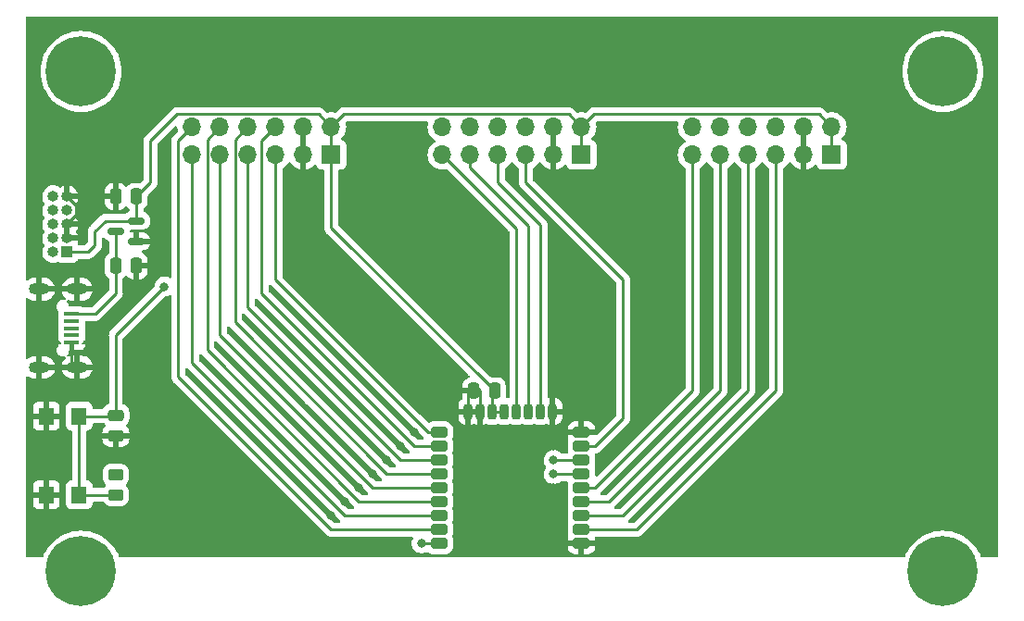
<source format=gbr>
%TF.GenerationSoftware,KiCad,Pcbnew,7.0.4*%
%TF.CreationDate,2023-05-26T13:48:29+02:00*%
%TF.ProjectId,pmod_e103bt53_baseboard,706d6f64-5f65-4313-9033-627435335f62,rev?*%
%TF.SameCoordinates,Original*%
%TF.FileFunction,Copper,L1,Top*%
%TF.FilePolarity,Positive*%
%FSLAX46Y46*%
G04 Gerber Fmt 4.6, Leading zero omitted, Abs format (unit mm)*
G04 Created by KiCad (PCBNEW 7.0.4) date 2023-05-26 13:48:29*
%MOMM*%
%LPD*%
G01*
G04 APERTURE LIST*
G04 Aperture macros list*
%AMRoundRect*
0 Rectangle with rounded corners*
0 $1 Rounding radius*
0 $2 $3 $4 $5 $6 $7 $8 $9 X,Y pos of 4 corners*
0 Add a 4 corners polygon primitive as box body*
4,1,4,$2,$3,$4,$5,$6,$7,$8,$9,$2,$3,0*
0 Add four circle primitives for the rounded corners*
1,1,$1+$1,$2,$3*
1,1,$1+$1,$4,$5*
1,1,$1+$1,$6,$7*
1,1,$1+$1,$8,$9*
0 Add four rect primitives between the rounded corners*
20,1,$1+$1,$2,$3,$4,$5,0*
20,1,$1+$1,$4,$5,$6,$7,0*
20,1,$1+$1,$6,$7,$8,$9,0*
20,1,$1+$1,$8,$9,$2,$3,0*%
G04 Aperture macros list end*
%TA.AperFunction,SMDPad,CuDef*%
%ADD10RoundRect,0.250000X-0.450000X0.262500X-0.450000X-0.262500X0.450000X-0.262500X0.450000X0.262500X0*%
%TD*%
%TA.AperFunction,SMDPad,CuDef*%
%ADD11RoundRect,0.250000X-0.475000X0.250000X-0.475000X-0.250000X0.475000X-0.250000X0.475000X0.250000X0*%
%TD*%
%TA.AperFunction,SMDPad,CuDef*%
%ADD12R,1.400000X1.600000*%
%TD*%
%TA.AperFunction,ComponentPad*%
%ADD13R,1.700000X1.700000*%
%TD*%
%TA.AperFunction,ComponentPad*%
%ADD14O,1.700000X1.700000*%
%TD*%
%TA.AperFunction,ComponentPad*%
%ADD15C,0.800000*%
%TD*%
%TA.AperFunction,ComponentPad*%
%ADD16C,6.400000*%
%TD*%
%TA.AperFunction,SMDPad,CuDef*%
%ADD17RoundRect,0.250000X0.250000X0.475000X-0.250000X0.475000X-0.250000X-0.475000X0.250000X-0.475000X0*%
%TD*%
%TA.AperFunction,ComponentPad*%
%ADD18R,1.000000X1.000000*%
%TD*%
%TA.AperFunction,ComponentPad*%
%ADD19O,1.000000X1.000000*%
%TD*%
%TA.AperFunction,SMDPad,CuDef*%
%ADD20RoundRect,0.150000X0.587500X0.150000X-0.587500X0.150000X-0.587500X-0.150000X0.587500X-0.150000X0*%
%TD*%
%TA.AperFunction,SMDPad,CuDef*%
%ADD21RoundRect,0.250000X-0.250000X-0.475000X0.250000X-0.475000X0.250000X0.475000X-0.250000X0.475000X0*%
%TD*%
%TA.AperFunction,SMDPad,CuDef*%
%ADD22R,1.400000X0.400000*%
%TD*%
%TA.AperFunction,ComponentPad*%
%ADD23O,1.850000X1.050000*%
%TD*%
%TA.AperFunction,SMDPad,CuDef*%
%ADD24RoundRect,0.250000X-0.500000X-0.250000X0.500000X-0.250000X0.500000X0.250000X-0.500000X0.250000X0*%
%TD*%
%TA.AperFunction,SMDPad,CuDef*%
%ADD25RoundRect,0.200000X-0.200000X-0.500000X0.200000X-0.500000X0.200000X0.500000X-0.200000X0.500000X0*%
%TD*%
%TA.AperFunction,ViaPad*%
%ADD26C,0.800000*%
%TD*%
%TA.AperFunction,Conductor*%
%ADD27C,0.250000*%
%TD*%
G04 APERTURE END LIST*
D10*
%TO.P,R1,1*%
%TO.N,VDD*%
X53975000Y-59770000D03*
%TO.P,R1,2*%
%TO.N,nRST*%
X53975000Y-61595000D03*
%TD*%
D11*
%TO.P,C4,1*%
%TO.N,nRST*%
X53975000Y-54295000D03*
%TO.P,C4,2*%
%TO.N,GND*%
X53975000Y-56195000D03*
%TD*%
D12*
%TO.P,SW1,1,1*%
%TO.N,nRST*%
X50625000Y-61595000D03*
X50625000Y-54395000D03*
%TO.P,SW1,2,2*%
%TO.N,GND*%
X47625000Y-61595000D03*
X47625000Y-54395000D03*
%TD*%
D13*
%TO.P,PMOD2,1,Pin_1*%
%TO.N,VCC*%
X96520000Y-30480000D03*
D14*
%TO.P,PMOD2,2,Pin_2*%
X96520000Y-27940000D03*
%TO.P,PMOD2,3,Pin_3*%
%TO.N,GND*%
X93980000Y-30480000D03*
%TO.P,PMOD2,4,Pin_4*%
X93980000Y-27940000D03*
%TO.P,PMOD2,5,Pin_5*%
%TO.N,PMOD_UART_RTS*%
X91440000Y-30480000D03*
%TO.P,PMOD2,6,Pin_6*%
%TO.N,PMOD_UART_GPIO4*%
X91440000Y-27940000D03*
%TO.P,PMOD2,7,Pin_7*%
%TO.N,PMOD_UART_RXD*%
X88900000Y-30480000D03*
%TO.P,PMOD2,8,Pin_8*%
%TO.N,PMOD_UART_GPIO3*%
X88900000Y-27940000D03*
%TO.P,PMOD2,9,Pin_9*%
%TO.N,PMOD_UART_TXD*%
X86360000Y-30480000D03*
%TO.P,PMOD2,10,Pin_10*%
%TO.N,PMOD_UART_GPIO2_RESET*%
X86360000Y-27940000D03*
%TO.P,PMOD2,11,Pin_11*%
%TO.N,PMOD_UART_CTS*%
X83820000Y-30480000D03*
%TO.P,PMOD2,12,Pin_12*%
%TO.N,PMOD_UART_GPIO1_INT*%
X83820000Y-27940000D03*
%TD*%
D13*
%TO.P,PMOD3,1,Pin_1*%
%TO.N,VCC*%
X119380000Y-30480000D03*
D14*
%TO.P,PMOD3,2,Pin_2*%
X119380000Y-27940000D03*
%TO.P,PMOD3,3,Pin_3*%
%TO.N,GND*%
X116840000Y-30480000D03*
%TO.P,PMOD3,4,Pin_4*%
X116840000Y-27940000D03*
%TO.P,PMOD3,5,Pin_5*%
%TO.N,PMOD_I2C_SDA*%
X114300000Y-30480000D03*
%TO.P,PMOD3,6,Pin_6*%
%TO.N,PMOD_I2C_GPIO4*%
X114300000Y-27940000D03*
%TO.P,PMOD3,7,Pin_7*%
%TO.N,PMOD_I2C_SCL*%
X111760000Y-30480000D03*
%TO.P,PMOD3,8,Pin_8*%
%TO.N,PMOD_I2C_GPIO3*%
X111760000Y-27940000D03*
%TO.P,PMOD3,9,Pin_9*%
%TO.N,PMOD_I2C_RESET*%
X109220000Y-30480000D03*
%TO.P,PMOD3,10,Pin_10*%
%TO.N,PMOD_I2C_GPIO2*%
X109220000Y-27940000D03*
%TO.P,PMOD3,11,Pin_11*%
%TO.N,PMOD_I2C_INT*%
X106680000Y-30480000D03*
%TO.P,PMOD3,12,Pin_12*%
%TO.N,PMOD_I2C_GPIO1*%
X106680000Y-27940000D03*
%TD*%
D13*
%TO.P,PMOD1,1,Pin_1*%
%TO.N,VCC*%
X73660000Y-30480000D03*
D14*
%TO.P,PMOD1,2,Pin_2*%
X73660000Y-27940000D03*
%TO.P,PMOD1,3,Pin_3*%
%TO.N,GND*%
X71120000Y-30480000D03*
%TO.P,PMOD1,4,Pin_4*%
X71120000Y-27940000D03*
%TO.P,PMOD1,5,Pin_5*%
%TO.N,PMOD_SPI_SCK*%
X68580000Y-30480000D03*
%TO.P,PMOD1,6,Pin_6*%
%TO.N,PMOD_SPI_GPIO4_CS3*%
X68580000Y-27940000D03*
%TO.P,PMOD1,7,Pin_7*%
%TO.N,PMOD_SPI_MISO*%
X66040000Y-30480000D03*
%TO.P,PMOD1,8,Pin_8*%
%TO.N,PMOD_SPI_GPIO3_CS2*%
X66040000Y-27940000D03*
%TO.P,PMOD1,9,Pin_9*%
%TO.N,PMOD_SPI_MOSI*%
X63500000Y-30480000D03*
%TO.P,PMOD1,10,Pin_10*%
%TO.N,PMOD_SPI_GPIO2_RESET*%
X63500000Y-27940000D03*
%TO.P,PMOD1,11,Pin_11*%
%TO.N,PMOD_SPI_CS*%
X60960000Y-30480000D03*
%TO.P,PMOD1,12,Pin_12*%
%TO.N,PMOD_SPI_GPIO1_INT*%
X60960000Y-27940000D03*
%TD*%
D15*
%TO.P,H3,1*%
%TO.N,N/C*%
X48400000Y-68580000D03*
X49102944Y-66882944D03*
X49102944Y-70277056D03*
X50800000Y-66180000D03*
D16*
X50800000Y-68580000D03*
D15*
X50800000Y-70980000D03*
X52497056Y-66882944D03*
X52497056Y-70277056D03*
X53200000Y-68580000D03*
%TD*%
%TO.P,H1,1*%
%TO.N,N/C*%
X48400000Y-22860000D03*
X49102944Y-21162944D03*
X49102944Y-24557056D03*
X50800000Y-20460000D03*
D16*
X50800000Y-22860000D03*
D15*
X50800000Y-25260000D03*
X52497056Y-21162944D03*
X52497056Y-24557056D03*
X53200000Y-22860000D03*
%TD*%
D17*
%TO.P,C1,1*%
%TO.N,GND*%
X55875000Y-40640000D03*
%TO.P,C1,2*%
%TO.N,VBUS*%
X53975000Y-40640000D03*
%TD*%
D15*
%TO.P,H4,1*%
%TO.N,N/C*%
X127140000Y-68580000D03*
X127842944Y-66882944D03*
X127842944Y-70277056D03*
X129540000Y-66180000D03*
D16*
X129540000Y-68580000D03*
D15*
X129540000Y-70980000D03*
X131237056Y-66882944D03*
X131237056Y-70277056D03*
X131940000Y-68580000D03*
%TD*%
D18*
%TO.P,J2,1,Pin_1*%
%TO.N,VCC*%
X49530000Y-39370000D03*
D19*
%TO.P,J2,2,Pin_2*%
%TO.N,SWDIO*%
X48260000Y-39370000D03*
%TO.P,J2,3,Pin_3*%
%TO.N,GND*%
X49530000Y-38100000D03*
%TO.P,J2,4,Pin_4*%
%TO.N,SWDCLK*%
X48260000Y-38100000D03*
%TO.P,J2,5,Pin_5*%
%TO.N,GND*%
X49530000Y-36830000D03*
%TO.P,J2,6,Pin_6*%
%TO.N,unconnected-(J2-Pin_6-Pad6)*%
X48260000Y-36830000D03*
%TO.P,J2,7,Pin_7*%
%TO.N,unconnected-(J2-Pin_7-Pad7)*%
X49530000Y-35560000D03*
%TO.P,J2,8,Pin_8*%
%TO.N,unconnected-(J2-Pin_8-Pad8)*%
X48260000Y-35560000D03*
%TO.P,J2,9,Pin_9*%
%TO.N,GND*%
X49530000Y-34290000D03*
%TO.P,J2,10,Pin_10*%
%TO.N,nRST*%
X48260000Y-34290000D03*
%TD*%
D20*
%TO.P,U2,1,GND*%
%TO.N,GND*%
X55850000Y-38415000D03*
%TO.P,U2,2,VO*%
%TO.N,VCC*%
X55850000Y-36515000D03*
%TO.P,U2,3,VI*%
%TO.N,VBUS*%
X53975000Y-37465000D03*
%TD*%
D21*
%TO.P,C3,1*%
%TO.N,GND*%
X86680000Y-52070000D03*
%TO.P,C3,2*%
%TO.N,VCC*%
X88580000Y-52070000D03*
%TD*%
D22*
%TO.P,J1,1,VBUS*%
%TO.N,VBUS*%
X49940000Y-45055000D03*
%TO.P,J1,2,D-*%
%TO.N,USB_D-*%
X49940000Y-45705000D03*
%TO.P,J1,3,D+*%
%TO.N,USB_D+*%
X49940000Y-46355000D03*
%TO.P,J1,4,ID*%
%TO.N,unconnected-(J1-ID-Pad4)*%
X49940000Y-47005000D03*
%TO.P,J1,5,GND*%
%TO.N,GND*%
X49940000Y-47655000D03*
D23*
%TO.P,J1,6,Shield*%
X50440000Y-42780000D03*
X46990000Y-42780000D03*
X50440000Y-49905000D03*
X46990000Y-49930000D03*
%TD*%
D21*
%TO.P,C2,1*%
%TO.N,GND*%
X53975000Y-34290000D03*
%TO.P,C2,2*%
%TO.N,VCC*%
X55875000Y-34290000D03*
%TD*%
D15*
%TO.P,H2,1*%
%TO.N,N/C*%
X127140000Y-22860000D03*
X127842944Y-21162944D03*
X127842944Y-24557056D03*
X129540000Y-20460000D03*
D16*
X129540000Y-22860000D03*
D15*
X129540000Y-25260000D03*
X131237056Y-21162944D03*
X131237056Y-24557056D03*
X131940000Y-22860000D03*
%TD*%
D24*
%TO.P,U1,1,GND*%
%TO.N,GND*%
X96520000Y-66040000D03*
%TO.P,U1,2,PB02*%
%TO.N,PMOD_I2C_SDA*%
X96520000Y-64770000D03*
%TO.P,U1,3,PB01*%
%TO.N,PMOD_I2C_SCL*%
X96520000Y-63500000D03*
%TO.P,U1,4,PB00*%
%TO.N,PMOD_I2C_RESET*%
X96520000Y-62230000D03*
%TO.P,U1,5,PA00*%
%TO.N,PMOD_I2C_INT*%
X96520000Y-60960000D03*
%TO.P,U1,6,PA01/SWCLK*%
%TO.N,SWDCLK*%
X96520000Y-59690000D03*
%TO.P,U1,7,PA02/SWDIO*%
%TO.N,SWDIO*%
X96520000Y-58420000D03*
%TO.P,U1,8,PA03*%
%TO.N,PMOD_UART_RTS*%
X96520000Y-57150000D03*
%TO.P,U1,9,GND*%
%TO.N,GND*%
X96520000Y-55880000D03*
D25*
%TO.P,U1,10,GND*%
X93870000Y-53960000D03*
%TO.P,U1,11,PA04*%
%TO.N,PMOD_UART_RXD*%
X92770000Y-53960000D03*
%TO.P,U1,12,PA05*%
%TO.N,PMOD_UART_TXD*%
X91670000Y-53960000D03*
%TO.P,U1,13,PA06*%
%TO.N,PMOD_UART_CTS*%
X90570000Y-53960000D03*
%TO.P,U1,14,VCC*%
%TO.N,VCC*%
X89470000Y-53960000D03*
%TO.P,U1,15,VCC*%
X88370000Y-53960000D03*
%TO.P,U1,16,GND*%
%TO.N,GND*%
X87270000Y-53960000D03*
%TO.P,U1,17,GND*%
X86170000Y-53960000D03*
D24*
%TO.P,U1,18,PD01*%
%TO.N,PMOD_SPI_SCK*%
X83520000Y-55880000D03*
%TO.P,U1,19,PD00*%
%TO.N,PMOD_SPI_GPIO4_CS3*%
X83520000Y-57150000D03*
%TO.P,U1,20,PC00*%
%TO.N,PMOD_SPI_MISO*%
X83520000Y-58420000D03*
%TO.P,U1,21,PC01*%
%TO.N,PMOD_SPI_GPIO3_CS2*%
X83520000Y-59690000D03*
%TO.P,U1,22,PC02*%
%TO.N,PMOD_SPI_MOSI*%
X83520000Y-60960000D03*
%TO.P,U1,23,PC03*%
%TO.N,PMOD_SPI_GPIO2_RESET*%
X83520000Y-62230000D03*
%TO.P,U1,24,PC04*%
%TO.N,PMOD_SPI_CS*%
X83520000Y-63500000D03*
%TO.P,U1,25,PC05*%
%TO.N,PMOD_SPI_GPIO1_INT*%
X83520000Y-64770000D03*
%TO.P,U1,26,nRST*%
%TO.N,nRST*%
X83520000Y-66040000D03*
%TD*%
D26*
%TO.N,nRST*%
X58420000Y-42545000D03*
%TO.N,GND*%
X77470000Y-25400000D03*
X78740000Y-40640000D03*
X85725000Y-58420000D03*
X93980000Y-55880000D03*
X93980000Y-64770000D03*
X80010000Y-27940000D03*
X110490000Y-51435000D03*
X74930000Y-62230000D03*
X77470000Y-27940000D03*
X78105000Y-46355000D03*
X85725000Y-59690000D03*
X80010000Y-57150000D03*
X85725000Y-55880000D03*
X73660000Y-63500000D03*
X76200000Y-60960000D03*
X80010000Y-41910000D03*
X78740000Y-58420000D03*
X85725000Y-62230000D03*
X77470000Y-39370000D03*
X78740000Y-27940000D03*
X93980000Y-63500000D03*
X85725000Y-57150000D03*
X76835000Y-45085000D03*
X85725000Y-63500000D03*
X78740000Y-25400000D03*
X107950000Y-51435000D03*
X113030000Y-51435000D03*
X77470000Y-59690000D03*
X93980000Y-57150000D03*
X93980000Y-60960000D03*
X93980000Y-62230000D03*
X79375000Y-47625000D03*
X85725000Y-64770000D03*
X85725000Y-60960000D03*
X81280000Y-55880000D03*
X80010000Y-25400000D03*
%TO.N,SWDIO*%
X93980000Y-58420000D03*
%TO.N,SWDCLK*%
X93980000Y-59690000D03*
%TO.N,nRST*%
X81915000Y-66040000D03*
%TD*%
D27*
%TO.N,nRST*%
X53975000Y-54295000D02*
X53975000Y-46990000D01*
X53975000Y-46990000D02*
X58420000Y-42545000D01*
X50625000Y-61595000D02*
X50625000Y-54395000D01*
X50625000Y-61595000D02*
X53975000Y-61595000D01*
X50625000Y-54395000D02*
X53875000Y-54395000D01*
X53875000Y-54395000D02*
X53975000Y-54295000D01*
%TO.N,GND*%
X49530000Y-34290000D02*
X50355000Y-35115000D01*
X86680000Y-51435000D02*
X86170000Y-51945000D01*
X50355000Y-36005000D02*
X49530000Y-36830000D01*
X49530000Y-38100000D02*
X49530000Y-36830000D01*
X86170000Y-51945000D02*
X86170000Y-53960000D01*
X49940000Y-47655000D02*
X49940000Y-49405000D01*
X87270000Y-52025000D02*
X86680000Y-51435000D01*
X50355000Y-35115000D02*
X50355000Y-36005000D01*
X49940000Y-49405000D02*
X50440000Y-49905000D01*
X87270000Y-53960000D02*
X87270000Y-52025000D01*
%TO.N,PMOD_UART_RTS*%
X97790000Y-57150000D02*
X96520000Y-57150000D01*
X100330000Y-41910000D02*
X91440000Y-33020000D01*
X100330000Y-54610000D02*
X97790000Y-57150000D01*
X91440000Y-33020000D02*
X91440000Y-30480000D01*
X100330000Y-54610000D02*
X100330000Y-41910000D01*
%TO.N,PMOD_UART_RXD*%
X88900000Y-30480000D02*
X88900000Y-33020000D01*
X88900000Y-33020000D02*
X92770000Y-36890000D01*
X92770000Y-36890000D02*
X92770000Y-53960000D01*
%TO.N,PMOD_UART_TXD*%
X86360000Y-30480000D02*
X86360000Y-31682081D01*
X86360000Y-31682081D02*
X91670000Y-36992081D01*
X91670000Y-36992081D02*
X91670000Y-53960000D01*
%TO.N,PMOD_UART_CTS*%
X90570000Y-37230000D02*
X90570000Y-53960000D01*
X83820000Y-30480000D02*
X90570000Y-37230000D01*
%TO.N,VCC*%
X55850000Y-36515000D02*
X55850000Y-34315000D01*
X118205000Y-26765000D02*
X119380000Y-27940000D01*
X88580000Y-52070000D02*
X73660000Y-37150000D01*
X73660000Y-27940000D02*
X74835000Y-26765000D01*
X51435000Y-39370000D02*
X52070000Y-38735000D01*
X88370000Y-53960000D02*
X89470000Y-53960000D01*
X95345000Y-26765000D02*
X96520000Y-27940000D01*
X57150000Y-33015000D02*
X57150000Y-29210000D01*
X49530000Y-39370000D02*
X51435000Y-39370000D01*
X88370000Y-52280000D02*
X88580000Y-52070000D01*
X59595000Y-26765000D02*
X57150000Y-29210000D01*
X53020000Y-36515000D02*
X55850000Y-36515000D01*
X88370000Y-53960000D02*
X88370000Y-52280000D01*
X73660000Y-37150000D02*
X73660000Y-30480000D01*
X74835000Y-26765000D02*
X95345000Y-26765000D01*
X96520000Y-27940000D02*
X97695000Y-26765000D01*
X72485000Y-26765000D02*
X59595000Y-26765000D01*
X55850000Y-34315000D02*
X55875000Y-34290000D01*
X119380000Y-27940000D02*
X119380000Y-30480000D01*
X52070000Y-37465000D02*
X53020000Y-36515000D01*
X97695000Y-26765000D02*
X118205000Y-26765000D01*
X73660000Y-27940000D02*
X72485000Y-26765000D01*
X96520000Y-27940000D02*
X96520000Y-30480000D01*
X55875000Y-34290000D02*
X57150000Y-33015000D01*
X73660000Y-30480000D02*
X73660000Y-27940000D01*
X52070000Y-38735000D02*
X52070000Y-37465000D01*
%TO.N,PMOD_SPI_SCK*%
X68580000Y-30480000D02*
X68580000Y-41910000D01*
X68580000Y-41910000D02*
X82550000Y-55880000D01*
X82550000Y-55880000D02*
X83520000Y-55880000D01*
%TO.N,PMOD_SPI_MOSI*%
X63500000Y-46990000D02*
X77470000Y-60960000D01*
X63500000Y-30480000D02*
X63500000Y-46990000D01*
X77470000Y-60960000D02*
X83520000Y-60960000D01*
%TO.N,PMOD_SPI_MISO*%
X66040000Y-44450000D02*
X80010000Y-58420000D01*
X66040000Y-30480000D02*
X66040000Y-44450000D01*
X80010000Y-58420000D02*
X83520000Y-58420000D01*
%TO.N,PMOD_SPI_GPIO4_CS3*%
X67310000Y-43180000D02*
X81280000Y-57150000D01*
X68580000Y-27940000D02*
X67310000Y-29210000D01*
X67310000Y-29210000D02*
X67310000Y-43180000D01*
X81280000Y-57150000D02*
X83520000Y-57150000D01*
%TO.N,PMOD_SPI_GPIO3_CS2*%
X64865000Y-45815000D02*
X78740000Y-59690000D01*
X78740000Y-59690000D02*
X83520000Y-59690000D01*
X64865000Y-29115000D02*
X64865000Y-45815000D01*
X66040000Y-27940000D02*
X64865000Y-29115000D01*
%TO.N,PMOD_SPI_GPIO2_RESET*%
X62325000Y-29115000D02*
X62325000Y-48355000D01*
X63500000Y-27940000D02*
X62325000Y-29115000D01*
X76200000Y-62230000D02*
X83520000Y-62230000D01*
X62325000Y-48355000D02*
X76200000Y-62230000D01*
%TO.N,PMOD_SPI_GPIO1_INT*%
X60960000Y-27940000D02*
X59690000Y-29210000D01*
X73660000Y-64770000D02*
X83520000Y-64770000D01*
X59690000Y-29210000D02*
X59690000Y-50800000D01*
X59690000Y-50800000D02*
X73660000Y-64770000D01*
%TO.N,PMOD_SPI_CS*%
X60960000Y-49530000D02*
X74930000Y-63500000D01*
X74930000Y-63500000D02*
X83520000Y-63500000D01*
X60960000Y-30480000D02*
X60960000Y-49530000D01*
%TO.N,PMOD_I2C_SDA*%
X114300000Y-30480000D02*
X114300000Y-52070000D01*
X101600000Y-64770000D02*
X96520000Y-64770000D01*
X114300000Y-52070000D02*
X101600000Y-64770000D01*
%TO.N,PMOD_I2C_SCL*%
X111760000Y-30480000D02*
X111760000Y-52070000D01*
X100330000Y-63500000D02*
X96520000Y-63500000D01*
X111760000Y-52070000D02*
X100330000Y-63500000D01*
%TO.N,PMOD_I2C_RESET*%
X99060000Y-62230000D02*
X96520000Y-62230000D01*
X109220000Y-30480000D02*
X109220000Y-52070000D01*
X109220000Y-52070000D02*
X99060000Y-62230000D01*
%TO.N,PMOD_I2C_INT*%
X97790000Y-60960000D02*
X96520000Y-60960000D01*
X106680000Y-30480000D02*
X106680000Y-52070000D01*
X106680000Y-52070000D02*
X97790000Y-60960000D01*
%TO.N,VBUS*%
X52100000Y-45055000D02*
X53975000Y-43180000D01*
X49940000Y-45055000D02*
X52100000Y-45055000D01*
X53975000Y-40640000D02*
X53975000Y-37465000D01*
X53975000Y-43180000D02*
X53975000Y-40640000D01*
%TO.N,SWDIO*%
X96520000Y-58420000D02*
X93980000Y-58420000D01*
%TO.N,SWDCLK*%
X96520000Y-59690000D02*
X93980000Y-59690000D01*
%TO.N,nRST*%
X83520000Y-66040000D02*
X81915000Y-66040000D01*
%TD*%
%TA.AperFunction,Conductor*%
%TO.N,GND*%
G36*
X60532012Y-49998370D02*
G01*
X60538595Y-50004499D01*
X74422753Y-63888657D01*
X74432720Y-63901097D01*
X74432947Y-63900910D01*
X74437999Y-63907017D01*
X74450387Y-63918650D01*
X74486352Y-63979862D01*
X74483515Y-64050802D01*
X74442774Y-64108946D01*
X74377066Y-64135835D01*
X74364134Y-64136500D01*
X73974595Y-64136500D01*
X73906474Y-64116498D01*
X73885500Y-64099595D01*
X60360405Y-50574500D01*
X60326379Y-50512188D01*
X60323500Y-50485405D01*
X60323500Y-50093594D01*
X60343502Y-50025473D01*
X60397158Y-49978980D01*
X60467432Y-49968876D01*
X60532012Y-49998370D01*
G37*
%TD.AperFunction*%
%TA.AperFunction,Conductor*%
G36*
X113113225Y-31155669D02*
G01*
X113135480Y-31181353D01*
X113168607Y-31232058D01*
X113224275Y-31317265D01*
X113224279Y-31317270D01*
X113376762Y-31482908D01*
X113391535Y-31494406D01*
X113554424Y-31621189D01*
X113600471Y-31646108D01*
X113650859Y-31696118D01*
X113666500Y-31756920D01*
X113666500Y-51755405D01*
X113646498Y-51823526D01*
X113629595Y-51844500D01*
X101374500Y-64099595D01*
X101312188Y-64133621D01*
X101285405Y-64136500D01*
X100893593Y-64136500D01*
X100825472Y-64116498D01*
X100778979Y-64062842D01*
X100768875Y-63992568D01*
X100798369Y-63927988D01*
X100804498Y-63921405D01*
X106305904Y-58419999D01*
X112148660Y-52577243D01*
X112161098Y-52567280D01*
X112160910Y-52567053D01*
X112167016Y-52562001D01*
X112167015Y-52562001D01*
X112167018Y-52562000D01*
X112214337Y-52511608D01*
X112215651Y-52510252D01*
X112236135Y-52489770D01*
X112240445Y-52484212D01*
X112244283Y-52479720D01*
X112276586Y-52445321D01*
X112286346Y-52427565D01*
X112297195Y-52411050D01*
X112309614Y-52395041D01*
X112328363Y-52351710D01*
X112330960Y-52346412D01*
X112353695Y-52305060D01*
X112358733Y-52285434D01*
X112365137Y-52266732D01*
X112365138Y-52266730D01*
X112373181Y-52248145D01*
X112380561Y-52201547D01*
X112381762Y-52195740D01*
X112393500Y-52150030D01*
X112393500Y-52129775D01*
X112395051Y-52110063D01*
X112398220Y-52090057D01*
X112393778Y-52043069D01*
X112393500Y-52037170D01*
X112393500Y-31756920D01*
X112413502Y-31688799D01*
X112459527Y-31646108D01*
X112505576Y-31621189D01*
X112683240Y-31482906D01*
X112835722Y-31317268D01*
X112924518Y-31181354D01*
X112978520Y-31135268D01*
X113048868Y-31125692D01*
X113113225Y-31155669D01*
G37*
%TD.AperFunction*%
%TA.AperFunction,Conductor*%
G36*
X61802012Y-48726560D02*
G01*
X61819067Y-48744567D01*
X61820454Y-48746356D01*
X61820458Y-48746362D01*
X61820462Y-48746366D01*
X61820466Y-48746371D01*
X61834779Y-48760684D01*
X61847617Y-48775714D01*
X61857156Y-48788843D01*
X61859528Y-48792107D01*
X61887794Y-48815491D01*
X61895886Y-48822185D01*
X61900267Y-48826171D01*
X68805044Y-55730948D01*
X75692753Y-62618657D01*
X75702720Y-62631097D01*
X75702947Y-62630910D01*
X75707999Y-62637017D01*
X75720387Y-62648650D01*
X75756352Y-62709862D01*
X75753515Y-62780802D01*
X75712774Y-62838946D01*
X75647066Y-62865835D01*
X75634134Y-62866500D01*
X75244595Y-62866500D01*
X75176474Y-62846498D01*
X75155500Y-62829595D01*
X61630405Y-49304499D01*
X61596379Y-49242187D01*
X61593500Y-49215404D01*
X61593500Y-48821784D01*
X61613502Y-48753663D01*
X61667158Y-48707170D01*
X61737432Y-48697066D01*
X61802012Y-48726560D01*
G37*
%TD.AperFunction*%
%TA.AperFunction,Conductor*%
G36*
X110573225Y-31155669D02*
G01*
X110595480Y-31181353D01*
X110628607Y-31232058D01*
X110684275Y-31317265D01*
X110684279Y-31317270D01*
X110836762Y-31482908D01*
X110851535Y-31494406D01*
X111014424Y-31621189D01*
X111060471Y-31646108D01*
X111110859Y-31696118D01*
X111126500Y-31756920D01*
X111126500Y-51755404D01*
X111106498Y-51823525D01*
X111089595Y-51844499D01*
X100104500Y-62829595D01*
X100042188Y-62863621D01*
X100015405Y-62866500D01*
X99623593Y-62866500D01*
X99555472Y-62846498D01*
X99508979Y-62792842D01*
X99498875Y-62722568D01*
X99528369Y-62657988D01*
X99534498Y-62651405D01*
X104570433Y-57615470D01*
X109608660Y-52577243D01*
X109621098Y-52567280D01*
X109620910Y-52567053D01*
X109627016Y-52562001D01*
X109627015Y-52562001D01*
X109627018Y-52562000D01*
X109674337Y-52511608D01*
X109675651Y-52510252D01*
X109696135Y-52489770D01*
X109700445Y-52484212D01*
X109704283Y-52479720D01*
X109736586Y-52445321D01*
X109746346Y-52427565D01*
X109757195Y-52411050D01*
X109769614Y-52395041D01*
X109788363Y-52351710D01*
X109790960Y-52346412D01*
X109813695Y-52305060D01*
X109818733Y-52285434D01*
X109825137Y-52266732D01*
X109825138Y-52266730D01*
X109833181Y-52248145D01*
X109840561Y-52201547D01*
X109841762Y-52195740D01*
X109853500Y-52150030D01*
X109853500Y-52129775D01*
X109855051Y-52110063D01*
X109858220Y-52090057D01*
X109853778Y-52043069D01*
X109853500Y-52037170D01*
X109853500Y-31756919D01*
X109873502Y-31688799D01*
X109919527Y-31646108D01*
X109965576Y-31621189D01*
X110143240Y-31482906D01*
X110295722Y-31317268D01*
X110384518Y-31181354D01*
X110438520Y-31135268D01*
X110508868Y-31125692D01*
X110573225Y-31155669D01*
G37*
%TD.AperFunction*%
%TA.AperFunction,Conductor*%
G36*
X63167012Y-47553370D02*
G01*
X63173595Y-47559499D01*
X76962753Y-61348657D01*
X76972720Y-61361097D01*
X76972947Y-61360910D01*
X76977999Y-61367017D01*
X76990387Y-61378650D01*
X77026352Y-61439862D01*
X77023515Y-61510802D01*
X76982774Y-61568946D01*
X76917066Y-61595835D01*
X76904134Y-61596500D01*
X76514595Y-61596500D01*
X76446474Y-61576498D01*
X76425500Y-61559595D01*
X62995405Y-48129499D01*
X62961379Y-48067187D01*
X62958500Y-48040404D01*
X62958500Y-47648594D01*
X62978502Y-47580473D01*
X63032158Y-47533980D01*
X63102432Y-47523876D01*
X63167012Y-47553370D01*
G37*
%TD.AperFunction*%
%TA.AperFunction,Conductor*%
G36*
X108033225Y-31155669D02*
G01*
X108055480Y-31181353D01*
X108088607Y-31232058D01*
X108144275Y-31317265D01*
X108144279Y-31317270D01*
X108296762Y-31482908D01*
X108311535Y-31494406D01*
X108474424Y-31621189D01*
X108520471Y-31646108D01*
X108570859Y-31696118D01*
X108586500Y-31756920D01*
X108586500Y-51755404D01*
X108566498Y-51823525D01*
X108549595Y-51844499D01*
X98834500Y-61559595D01*
X98772188Y-61593621D01*
X98745405Y-61596500D01*
X98353593Y-61596500D01*
X98285472Y-61576498D01*
X98238979Y-61522842D01*
X98228875Y-61452568D01*
X98258369Y-61387988D01*
X98264498Y-61381405D01*
X102602274Y-57043629D01*
X107068657Y-52577245D01*
X107081092Y-52567284D01*
X107080905Y-52567057D01*
X107087016Y-52562001D01*
X107087015Y-52562001D01*
X107087018Y-52562000D01*
X107134352Y-52511592D01*
X107135684Y-52510219D01*
X107156135Y-52489769D01*
X107160437Y-52484221D01*
X107164267Y-52479735D01*
X107196586Y-52445321D01*
X107206345Y-52427567D01*
X107217204Y-52411038D01*
X107217208Y-52411033D01*
X107229614Y-52395040D01*
X107248354Y-52351732D01*
X107250965Y-52346404D01*
X107273694Y-52305061D01*
X107273695Y-52305060D01*
X107278733Y-52285435D01*
X107285138Y-52266730D01*
X107285402Y-52266121D01*
X107293181Y-52248145D01*
X107300561Y-52201547D01*
X107301762Y-52195740D01*
X107313500Y-52150030D01*
X107313500Y-52129775D01*
X107315051Y-52110063D01*
X107318220Y-52090057D01*
X107313778Y-52043069D01*
X107313500Y-52037170D01*
X107313500Y-31756919D01*
X107333502Y-31688799D01*
X107379527Y-31646108D01*
X107425576Y-31621189D01*
X107603240Y-31482906D01*
X107755722Y-31317268D01*
X107844518Y-31181354D01*
X107898520Y-31135268D01*
X107968868Y-31125692D01*
X108033225Y-31155669D01*
G37*
%TD.AperFunction*%
%TA.AperFunction,Conductor*%
G36*
X64342012Y-46186560D02*
G01*
X64359067Y-46204567D01*
X64360454Y-46206356D01*
X64360458Y-46206362D01*
X64360462Y-46206366D01*
X64360466Y-46206371D01*
X64374779Y-46220684D01*
X64387617Y-46235714D01*
X64397156Y-46248843D01*
X64399528Y-46252107D01*
X64427794Y-46275491D01*
X64435886Y-46282185D01*
X64440267Y-46286171D01*
X71361572Y-53207476D01*
X78232753Y-60078657D01*
X78242720Y-60091097D01*
X78242947Y-60090910D01*
X78247999Y-60097017D01*
X78260387Y-60108650D01*
X78296352Y-60169862D01*
X78293515Y-60240802D01*
X78252774Y-60298946D01*
X78187066Y-60325835D01*
X78174134Y-60326500D01*
X77784595Y-60326500D01*
X77716474Y-60306498D01*
X77695500Y-60289595D01*
X64170405Y-46764500D01*
X64136379Y-46702188D01*
X64133500Y-46675405D01*
X64133500Y-46281784D01*
X64153502Y-46213663D01*
X64207158Y-46167170D01*
X64277432Y-46157066D01*
X64342012Y-46186560D01*
G37*
%TD.AperFunction*%
%TA.AperFunction,Conductor*%
G36*
X105321981Y-27418502D02*
G01*
X105368474Y-27472158D01*
X105378578Y-27542432D01*
X105376004Y-27555431D01*
X105335437Y-27715624D01*
X105335437Y-27715627D01*
X105335436Y-27715632D01*
X105316844Y-27940000D01*
X105335436Y-28164368D01*
X105335436Y-28164370D01*
X105335437Y-28164375D01*
X105390702Y-28382612D01*
X105390703Y-28382613D01*
X105390704Y-28382616D01*
X105409155Y-28424680D01*
X105481141Y-28588793D01*
X105604275Y-28777265D01*
X105604279Y-28777270D01*
X105756762Y-28942908D01*
X105797917Y-28974940D01*
X105934424Y-29081189D01*
X105967676Y-29099184D01*
X105967680Y-29099186D01*
X106018071Y-29149200D01*
X106033423Y-29218516D01*
X106008862Y-29285129D01*
X105967680Y-29320813D01*
X105934426Y-29338810D01*
X105934424Y-29338811D01*
X105756762Y-29477091D01*
X105604279Y-29642729D01*
X105604275Y-29642734D01*
X105481141Y-29831206D01*
X105390703Y-30037386D01*
X105390702Y-30037387D01*
X105335437Y-30255624D01*
X105335436Y-30255630D01*
X105335436Y-30255632D01*
X105316844Y-30480000D01*
X105334232Y-30689844D01*
X105335437Y-30704375D01*
X105390702Y-30922612D01*
X105390703Y-30922613D01*
X105481141Y-31128793D01*
X105604275Y-31317265D01*
X105604279Y-31317270D01*
X105756762Y-31482908D01*
X105771535Y-31494406D01*
X105934424Y-31621189D01*
X105980471Y-31646108D01*
X106030859Y-31696118D01*
X106046500Y-31756920D01*
X106046500Y-51755404D01*
X106026498Y-51823525D01*
X106009595Y-51844499D01*
X97993594Y-59860499D01*
X97931282Y-59894525D01*
X97860467Y-59889460D01*
X97803631Y-59846913D01*
X97778820Y-59780393D01*
X97778499Y-59771421D01*
X97778499Y-59389456D01*
X97767887Y-59285574D01*
X97767886Y-59285570D01*
X97767886Y-59285568D01*
X97734482Y-59184762D01*
X97712115Y-59117262D01*
X97712110Y-59117255D01*
X97709010Y-59110602D01*
X97711330Y-59109520D01*
X97695774Y-59052670D01*
X97711134Y-59000381D01*
X97709012Y-58999392D01*
X97712113Y-58992741D01*
X97712115Y-58992738D01*
X97767887Y-58824426D01*
X97778500Y-58720545D01*
X97778499Y-58119456D01*
X97767887Y-58015574D01*
X97767886Y-58015570D01*
X97767886Y-58015568D01*
X97745216Y-57947155D01*
X97742775Y-57876200D01*
X97779083Y-57815190D01*
X97842612Y-57783495D01*
X97860854Y-57781585D01*
X97889889Y-57780673D01*
X97909347Y-57775019D01*
X97928694Y-57771013D01*
X97948797Y-57768474D01*
X97992679Y-57751099D01*
X97998274Y-57749183D01*
X98026816Y-57740891D01*
X98043591Y-57736019D01*
X98043595Y-57736017D01*
X98061026Y-57725708D01*
X98078780Y-57717009D01*
X98097617Y-57709552D01*
X98135786Y-57681818D01*
X98140744Y-57678562D01*
X98181362Y-57654542D01*
X98195685Y-57640218D01*
X98210724Y-57627374D01*
X98212431Y-57626134D01*
X98227107Y-57615472D01*
X98257193Y-57579103D01*
X98261161Y-57574741D01*
X100718657Y-55117245D01*
X100731092Y-55107284D01*
X100730905Y-55107057D01*
X100737016Y-55102001D01*
X100737015Y-55102001D01*
X100737018Y-55102000D01*
X100784352Y-55051592D01*
X100785667Y-55050235D01*
X100806134Y-55029770D01*
X100810429Y-55024232D01*
X100814271Y-55019731D01*
X100846586Y-54985321D01*
X100856345Y-54967567D01*
X100867197Y-54951046D01*
X100879613Y-54935041D01*
X100898347Y-54891748D01*
X100900961Y-54886412D01*
X100923694Y-54845061D01*
X100923695Y-54845060D01*
X100928733Y-54825435D01*
X100935138Y-54806730D01*
X100943181Y-54788145D01*
X100950563Y-54741525D01*
X100951761Y-54735744D01*
X100963500Y-54690030D01*
X100963500Y-54669769D01*
X100965051Y-54650058D01*
X100968219Y-54630056D01*
X100963780Y-54583089D01*
X100963500Y-54577157D01*
X100963500Y-41993854D01*
X100965249Y-41978012D01*
X100964956Y-41977985D01*
X100965702Y-41970092D01*
X100963531Y-41901011D01*
X100963500Y-41899032D01*
X100963500Y-41870150D01*
X100963500Y-41870144D01*
X100962620Y-41863182D01*
X100962156Y-41857293D01*
X100960674Y-41810111D01*
X100955020Y-41790652D01*
X100951012Y-41771297D01*
X100948474Y-41751203D01*
X100931103Y-41707329D01*
X100929189Y-41701740D01*
X100916019Y-41656407D01*
X100905703Y-41638964D01*
X100897005Y-41621209D01*
X100889552Y-41602383D01*
X100861818Y-41564210D01*
X100858558Y-41559247D01*
X100849849Y-41544521D01*
X100834542Y-41518638D01*
X100820214Y-41504310D01*
X100807384Y-41489289D01*
X100795472Y-41472893D01*
X100795469Y-41472891D01*
X100795469Y-41472890D01*
X100759107Y-41442808D01*
X100754726Y-41438822D01*
X92110404Y-32794499D01*
X92076379Y-32732188D01*
X92073500Y-32705405D01*
X92073500Y-31756920D01*
X92093502Y-31688799D01*
X92139527Y-31646108D01*
X92185576Y-31621189D01*
X92363240Y-31482906D01*
X92515722Y-31317268D01*
X92604816Y-31180898D01*
X92658819Y-31134810D01*
X92729167Y-31125235D01*
X92793524Y-31155212D01*
X92815782Y-31180898D01*
X92904674Y-31316958D01*
X93057097Y-31482534D01*
X93234698Y-31620767D01*
X93234699Y-31620768D01*
X93432628Y-31727882D01*
X93432630Y-31727883D01*
X93645483Y-31800955D01*
X93645492Y-31800957D01*
X93726000Y-31814391D01*
X93726000Y-30913674D01*
X93837685Y-30964680D01*
X93944237Y-30980000D01*
X94015763Y-30980000D01*
X94122315Y-30964680D01*
X94234000Y-30913674D01*
X94234000Y-31814390D01*
X94314507Y-31800957D01*
X94314516Y-31800955D01*
X94527369Y-31727883D01*
X94527371Y-31727882D01*
X94725300Y-31620768D01*
X94725301Y-31620767D01*
X94902905Y-31482532D01*
X94964047Y-31416113D01*
X95024899Y-31379541D01*
X95095863Y-31381674D01*
X95154409Y-31421835D01*
X95174804Y-31457415D01*
X95219111Y-31576204D01*
X95219112Y-31576207D01*
X95306738Y-31693261D01*
X95423792Y-31780887D01*
X95423794Y-31780888D01*
X95423796Y-31780889D01*
X95477600Y-31800957D01*
X95560795Y-31831988D01*
X95560803Y-31831990D01*
X95621350Y-31838499D01*
X95621355Y-31838499D01*
X95621362Y-31838500D01*
X95621368Y-31838500D01*
X97418632Y-31838500D01*
X97418638Y-31838500D01*
X97418645Y-31838499D01*
X97418649Y-31838499D01*
X97479196Y-31831990D01*
X97479199Y-31831989D01*
X97479201Y-31831989D01*
X97616204Y-31780889D01*
X97619782Y-31778211D01*
X97733261Y-31693261D01*
X97820887Y-31576207D01*
X97820887Y-31576206D01*
X97820889Y-31576204D01*
X97871989Y-31439201D01*
X97878500Y-31378638D01*
X97878500Y-29581362D01*
X97876141Y-29559419D01*
X97871990Y-29520803D01*
X97871988Y-29520795D01*
X97820889Y-29383797D01*
X97820887Y-29383792D01*
X97733261Y-29266738D01*
X97616207Y-29179112D01*
X97616203Y-29179110D01*
X97501192Y-29136213D01*
X97444356Y-29093667D01*
X97419546Y-29027146D01*
X97434638Y-28957772D01*
X97452525Y-28932820D01*
X97595714Y-28777277D01*
X97595724Y-28777265D01*
X97634442Y-28718002D01*
X97718860Y-28588791D01*
X97809296Y-28382616D01*
X97864564Y-28164368D01*
X97883156Y-27940000D01*
X97864564Y-27715632D01*
X97836817Y-27606063D01*
X97839483Y-27535119D01*
X97869864Y-27486039D01*
X97920501Y-27435403D01*
X97982815Y-27401379D01*
X98009596Y-27398500D01*
X105253860Y-27398500D01*
X105321981Y-27418502D01*
G37*
%TD.AperFunction*%
%TA.AperFunction,Conductor*%
G36*
X65707011Y-45013369D02*
G01*
X65713594Y-45019499D01*
X79502753Y-58808657D01*
X79512720Y-58821097D01*
X79512947Y-58820910D01*
X79517999Y-58827017D01*
X79530387Y-58838650D01*
X79566352Y-58899862D01*
X79563515Y-58970802D01*
X79522774Y-59028946D01*
X79457066Y-59055835D01*
X79444134Y-59056500D01*
X79054595Y-59056500D01*
X78986474Y-59036498D01*
X78965500Y-59019595D01*
X65535405Y-45589500D01*
X65501379Y-45527188D01*
X65498500Y-45500405D01*
X65498500Y-45364201D01*
X65498500Y-45108590D01*
X65518501Y-45040474D01*
X65572156Y-44993981D01*
X65642430Y-44983876D01*
X65707011Y-45013369D01*
G37*
%TD.AperFunction*%
%TA.AperFunction,Conductor*%
G36*
X66882012Y-43648370D02*
G01*
X66888595Y-43654499D01*
X80772753Y-57538657D01*
X80782720Y-57551097D01*
X80782947Y-57550910D01*
X80787999Y-57557017D01*
X80800387Y-57568650D01*
X80836352Y-57629862D01*
X80833515Y-57700802D01*
X80792774Y-57758946D01*
X80727066Y-57785835D01*
X80714134Y-57786500D01*
X80324595Y-57786500D01*
X80256474Y-57766498D01*
X80235500Y-57749595D01*
X66710405Y-44224500D01*
X66676379Y-44162188D01*
X66673500Y-44135405D01*
X66673500Y-43743594D01*
X66693502Y-43675473D01*
X66747158Y-43628980D01*
X66817432Y-43618876D01*
X66882012Y-43648370D01*
G37*
%TD.AperFunction*%
%TA.AperFunction,Conductor*%
G36*
X68152012Y-42378370D02*
G01*
X68158595Y-42384499D01*
X82042753Y-56268657D01*
X82052720Y-56281097D01*
X82052947Y-56280910D01*
X82057999Y-56287017D01*
X82070387Y-56298650D01*
X82106352Y-56359862D01*
X82103515Y-56430802D01*
X82062774Y-56488946D01*
X81997066Y-56515835D01*
X81984134Y-56516500D01*
X81594595Y-56516500D01*
X81526474Y-56496498D01*
X81505500Y-56479595D01*
X67980405Y-42954500D01*
X67946379Y-42892188D01*
X67943500Y-42865405D01*
X67943500Y-42473594D01*
X67963502Y-42405473D01*
X68017158Y-42358980D01*
X68087432Y-42348876D01*
X68152012Y-42378370D01*
G37*
%TD.AperFunction*%
%TA.AperFunction,Conductor*%
G36*
X82461981Y-27418502D02*
G01*
X82508474Y-27472158D01*
X82518578Y-27542432D01*
X82516004Y-27555431D01*
X82475437Y-27715624D01*
X82475437Y-27715627D01*
X82475436Y-27715632D01*
X82456844Y-27940000D01*
X82475436Y-28164368D01*
X82475436Y-28164370D01*
X82475437Y-28164375D01*
X82530702Y-28382612D01*
X82530703Y-28382613D01*
X82530704Y-28382616D01*
X82549155Y-28424680D01*
X82621141Y-28588793D01*
X82744275Y-28777265D01*
X82744279Y-28777270D01*
X82896762Y-28942908D01*
X82937917Y-28974940D01*
X83074424Y-29081189D01*
X83107676Y-29099184D01*
X83107680Y-29099186D01*
X83158071Y-29149200D01*
X83173423Y-29218516D01*
X83148862Y-29285129D01*
X83107680Y-29320813D01*
X83074426Y-29338810D01*
X83074424Y-29338811D01*
X82896762Y-29477091D01*
X82744279Y-29642729D01*
X82744275Y-29642734D01*
X82621141Y-29831206D01*
X82530703Y-30037386D01*
X82530702Y-30037387D01*
X82475437Y-30255624D01*
X82475436Y-30255630D01*
X82475436Y-30255632D01*
X82456844Y-30480000D01*
X82474232Y-30689844D01*
X82475437Y-30704375D01*
X82530702Y-30922612D01*
X82530703Y-30922613D01*
X82621141Y-31128793D01*
X82744275Y-31317265D01*
X82744279Y-31317270D01*
X82896762Y-31482908D01*
X82911535Y-31494406D01*
X83074424Y-31621189D01*
X83272426Y-31728342D01*
X83272427Y-31728342D01*
X83272428Y-31728343D01*
X83355671Y-31756920D01*
X83485365Y-31801444D01*
X83707431Y-31838500D01*
X83707435Y-31838500D01*
X83932565Y-31838500D01*
X83932569Y-31838500D01*
X84154635Y-31801444D01*
X84154651Y-31801438D01*
X84157751Y-31800654D01*
X84159072Y-31800703D01*
X84159777Y-31800586D01*
X84159801Y-31800730D01*
X84228698Y-31803311D01*
X84277795Y-31833699D01*
X89899595Y-37455499D01*
X89933621Y-37517811D01*
X89936500Y-37544594D01*
X89936500Y-52632544D01*
X89916498Y-52700665D01*
X89862842Y-52747158D01*
X89799099Y-52758027D01*
X89732767Y-52752000D01*
X89727265Y-52751500D01*
X89727264Y-52751500D01*
X89712096Y-52751500D01*
X89643975Y-52731498D01*
X89597482Y-52677842D01*
X89586748Y-52612694D01*
X89586794Y-52612239D01*
X89588500Y-52595545D01*
X89588499Y-51544456D01*
X89577887Y-51440574D01*
X89522115Y-51272262D01*
X89429030Y-51121348D01*
X89429029Y-51121347D01*
X89429024Y-51121341D01*
X89303658Y-50995975D01*
X89303652Y-50995970D01*
X89250199Y-50963000D01*
X89152738Y-50902885D01*
X89068582Y-50874998D01*
X88984427Y-50847113D01*
X88984420Y-50847112D01*
X88880553Y-50836500D01*
X88294595Y-50836500D01*
X88226474Y-50816498D01*
X88205500Y-50799595D01*
X74330405Y-36924500D01*
X74296379Y-36862188D01*
X74293500Y-36835405D01*
X74293500Y-31964500D01*
X74313502Y-31896379D01*
X74367158Y-31849886D01*
X74419500Y-31838500D01*
X74558632Y-31838500D01*
X74558638Y-31838500D01*
X74558645Y-31838499D01*
X74558649Y-31838499D01*
X74619196Y-31831990D01*
X74619199Y-31831989D01*
X74619201Y-31831989D01*
X74756204Y-31780889D01*
X74759782Y-31778211D01*
X74873261Y-31693261D01*
X74960887Y-31576207D01*
X74960887Y-31576206D01*
X74960889Y-31576204D01*
X75011989Y-31439201D01*
X75018500Y-31378638D01*
X75018500Y-29581362D01*
X75016141Y-29559419D01*
X75011990Y-29520803D01*
X75011988Y-29520795D01*
X74960889Y-29383797D01*
X74960887Y-29383792D01*
X74873261Y-29266738D01*
X74756207Y-29179112D01*
X74756203Y-29179110D01*
X74641192Y-29136213D01*
X74584356Y-29093667D01*
X74559546Y-29027146D01*
X74574638Y-28957772D01*
X74592525Y-28932820D01*
X74735714Y-28777277D01*
X74735724Y-28777265D01*
X74774442Y-28718002D01*
X74858860Y-28588791D01*
X74949296Y-28382616D01*
X75004564Y-28164368D01*
X75023156Y-27940000D01*
X75004564Y-27715632D01*
X74976817Y-27606063D01*
X74979483Y-27535119D01*
X75009864Y-27486039D01*
X75060501Y-27435403D01*
X75122815Y-27401379D01*
X75149596Y-27398500D01*
X82393860Y-27398500D01*
X82461981Y-27418502D01*
G37*
%TD.AperFunction*%
%TA.AperFunction,Conductor*%
G36*
X71374000Y-30046325D02*
G01*
X71262315Y-29995320D01*
X71155763Y-29980000D01*
X71084237Y-29980000D01*
X70977685Y-29995320D01*
X70866000Y-30046325D01*
X70866000Y-28373674D01*
X70977685Y-28424680D01*
X71084237Y-28440000D01*
X71155763Y-28440000D01*
X71262315Y-28424680D01*
X71374000Y-28373674D01*
X71374000Y-30046325D01*
G37*
%TD.AperFunction*%
%TA.AperFunction,Conductor*%
G36*
X94234000Y-30046325D02*
G01*
X94122315Y-29995320D01*
X94015763Y-29980000D01*
X93944237Y-29980000D01*
X93837685Y-29995320D01*
X93726000Y-30046325D01*
X93726000Y-28373674D01*
X93837685Y-28424680D01*
X93944237Y-28440000D01*
X94015763Y-28440000D01*
X94122315Y-28424680D01*
X94234000Y-28373674D01*
X94234000Y-30046325D01*
G37*
%TD.AperFunction*%
%TA.AperFunction,Conductor*%
G36*
X117094000Y-30046325D02*
G01*
X116982315Y-29995320D01*
X116875763Y-29980000D01*
X116804237Y-29980000D01*
X116697685Y-29995320D01*
X116586000Y-30046325D01*
X116586000Y-28373674D01*
X116697685Y-28424680D01*
X116804237Y-28440000D01*
X116875763Y-28440000D01*
X116982315Y-28424680D01*
X117094000Y-28373674D01*
X117094000Y-30046325D01*
G37*
%TD.AperFunction*%
%TA.AperFunction,Conductor*%
G36*
X134536621Y-17825502D02*
G01*
X134583114Y-17879158D01*
X134594500Y-17931500D01*
X134594500Y-67184000D01*
X134574498Y-67252121D01*
X134520842Y-67298614D01*
X134468500Y-67310000D01*
X133111430Y-67310000D01*
X133043309Y-67289998D01*
X132996816Y-67236342D01*
X132993799Y-67229154D01*
X132932536Y-67069556D01*
X132932532Y-67069548D01*
X132932532Y-67069547D01*
X132756062Y-66723206D01*
X132544357Y-66397207D01*
X132544354Y-66397203D01*
X132544352Y-66397200D01*
X132299746Y-66095137D01*
X132299732Y-66095122D01*
X132024877Y-65820267D01*
X132024862Y-65820253D01*
X131722802Y-65575649D01*
X131722785Y-65575637D01*
X131396795Y-65363938D01*
X131050451Y-65187467D01*
X131050443Y-65187463D01*
X130687568Y-65048168D01*
X130312097Y-64947561D01*
X129928167Y-64886752D01*
X129540006Y-64866411D01*
X129539994Y-64866411D01*
X129151832Y-64886752D01*
X128767902Y-64947561D01*
X128392431Y-65048168D01*
X128029556Y-65187463D01*
X128029548Y-65187467D01*
X127683205Y-65363938D01*
X127357203Y-65575645D01*
X127357200Y-65575647D01*
X127055137Y-65820253D01*
X127055122Y-65820267D01*
X126780267Y-66095122D01*
X126780253Y-66095137D01*
X126535647Y-66397200D01*
X126535645Y-66397203D01*
X126323938Y-66723205D01*
X126147467Y-67069548D01*
X126147463Y-67069556D01*
X126086201Y-67229154D01*
X126043116Y-67285582D01*
X125976363Y-67309759D01*
X125968570Y-67310000D01*
X54371430Y-67310000D01*
X54303309Y-67289998D01*
X54256816Y-67236342D01*
X54253799Y-67229154D01*
X54192536Y-67069556D01*
X54192532Y-67069548D01*
X54192532Y-67069547D01*
X54016062Y-66723206D01*
X53804357Y-66397207D01*
X53804354Y-66397203D01*
X53804352Y-66397200D01*
X53559746Y-66095137D01*
X53559732Y-66095122D01*
X53284877Y-65820267D01*
X53284862Y-65820253D01*
X52982802Y-65575649D01*
X52982785Y-65575637D01*
X52656795Y-65363938D01*
X52310451Y-65187467D01*
X52310443Y-65187463D01*
X51947568Y-65048168D01*
X51572097Y-64947561D01*
X51188167Y-64886752D01*
X50800006Y-64866411D01*
X50799994Y-64866411D01*
X50411832Y-64886752D01*
X50027902Y-64947561D01*
X49652431Y-65048168D01*
X49289556Y-65187463D01*
X49289548Y-65187467D01*
X48943205Y-65363938D01*
X48617203Y-65575645D01*
X48617200Y-65575647D01*
X48315137Y-65820253D01*
X48315122Y-65820267D01*
X48040267Y-66095122D01*
X48040253Y-66095137D01*
X47795647Y-66397200D01*
X47795645Y-66397203D01*
X47583938Y-66723205D01*
X47407467Y-67069548D01*
X47407463Y-67069556D01*
X47346201Y-67229154D01*
X47303116Y-67285582D01*
X47236363Y-67309759D01*
X47228570Y-67310000D01*
X45871500Y-67310000D01*
X45803379Y-67289998D01*
X45756886Y-67236342D01*
X45745500Y-67184000D01*
X45745500Y-61849000D01*
X46417000Y-61849000D01*
X46417000Y-62443597D01*
X46423505Y-62504093D01*
X46474555Y-62640964D01*
X46474555Y-62640965D01*
X46562095Y-62757904D01*
X46679034Y-62845444D01*
X46815906Y-62896494D01*
X46876402Y-62902999D01*
X46876415Y-62903000D01*
X47371000Y-62903000D01*
X47371000Y-61849000D01*
X47879000Y-61849000D01*
X47879000Y-62903000D01*
X48373585Y-62903000D01*
X48373597Y-62902999D01*
X48434093Y-62896494D01*
X48570964Y-62845444D01*
X48570965Y-62845444D01*
X48687904Y-62757904D01*
X48775444Y-62640965D01*
X48775444Y-62640964D01*
X48826494Y-62504093D01*
X48832999Y-62443597D01*
X48833000Y-62443585D01*
X48833000Y-61849000D01*
X47879000Y-61849000D01*
X47371000Y-61849000D01*
X46417000Y-61849000D01*
X45745500Y-61849000D01*
X45745500Y-61341000D01*
X46417000Y-61341000D01*
X47371000Y-61341000D01*
X47371000Y-60287000D01*
X47879000Y-60287000D01*
X47879000Y-61341000D01*
X48833000Y-61341000D01*
X48833000Y-60746414D01*
X48832999Y-60746402D01*
X48826494Y-60685906D01*
X48775444Y-60549035D01*
X48775444Y-60549034D01*
X48687904Y-60432095D01*
X48570965Y-60344555D01*
X48434093Y-60293505D01*
X48373597Y-60287000D01*
X47879000Y-60287000D01*
X47371000Y-60287000D01*
X46876402Y-60287000D01*
X46815906Y-60293505D01*
X46679035Y-60344555D01*
X46679034Y-60344555D01*
X46562095Y-60432095D01*
X46474555Y-60549034D01*
X46474555Y-60549035D01*
X46423505Y-60685906D01*
X46417000Y-60746402D01*
X46417000Y-61341000D01*
X45745500Y-61341000D01*
X45745500Y-54649000D01*
X46417000Y-54649000D01*
X46417000Y-55243597D01*
X46423505Y-55304093D01*
X46474555Y-55440964D01*
X46474555Y-55440965D01*
X46562095Y-55557904D01*
X46679034Y-55645444D01*
X46815906Y-55696494D01*
X46876402Y-55702999D01*
X46876415Y-55703000D01*
X47371000Y-55703000D01*
X47371000Y-54649000D01*
X47879000Y-54649000D01*
X47879000Y-55703000D01*
X48373585Y-55703000D01*
X48373597Y-55702999D01*
X48434093Y-55696494D01*
X48570964Y-55645444D01*
X48570965Y-55645444D01*
X48687904Y-55557904D01*
X48775444Y-55440965D01*
X48775444Y-55440964D01*
X48826494Y-55304093D01*
X48832999Y-55243597D01*
X48833000Y-55243585D01*
X48833000Y-54649000D01*
X47879000Y-54649000D01*
X47371000Y-54649000D01*
X46417000Y-54649000D01*
X45745500Y-54649000D01*
X45745500Y-54141000D01*
X46417000Y-54141000D01*
X47371000Y-54141000D01*
X47371000Y-53087000D01*
X47879000Y-53087000D01*
X47879000Y-54141000D01*
X48833000Y-54141000D01*
X48833000Y-53546414D01*
X48832999Y-53546402D01*
X48826494Y-53485906D01*
X48775444Y-53349035D01*
X48775443Y-53349033D01*
X48687904Y-53232095D01*
X48570965Y-53144555D01*
X48434093Y-53093505D01*
X48373597Y-53087000D01*
X47879000Y-53087000D01*
X47371000Y-53087000D01*
X46876402Y-53087000D01*
X46815906Y-53093505D01*
X46679035Y-53144555D01*
X46679034Y-53144555D01*
X46562095Y-53232095D01*
X46474557Y-53349033D01*
X46474555Y-53349035D01*
X46423505Y-53485906D01*
X46417000Y-53546402D01*
X46417000Y-54141000D01*
X45745500Y-54141000D01*
X45745500Y-50839674D01*
X45765502Y-50771553D01*
X45819158Y-50725060D01*
X45889432Y-50714956D01*
X45951435Y-50742276D01*
X46013318Y-50793063D01*
X46192774Y-50888984D01*
X46387503Y-50948054D01*
X46539248Y-50962999D01*
X46539264Y-50963000D01*
X46736000Y-50963000D01*
X46736000Y-50184000D01*
X47244000Y-50184000D01*
X47244000Y-50963000D01*
X47440736Y-50963000D01*
X47440751Y-50962999D01*
X47592496Y-50948054D01*
X47787225Y-50888984D01*
X47966681Y-50793063D01*
X48123974Y-50663974D01*
X48253063Y-50506681D01*
X48348984Y-50327226D01*
X48392431Y-50184000D01*
X47244000Y-50184000D01*
X46736000Y-50184000D01*
X46736000Y-50159000D01*
X49037569Y-50159000D01*
X49081015Y-50302226D01*
X49176936Y-50481681D01*
X49306025Y-50638974D01*
X49463318Y-50768063D01*
X49642774Y-50863984D01*
X49837503Y-50923054D01*
X49989248Y-50937999D01*
X49989264Y-50938000D01*
X50186000Y-50938000D01*
X50186000Y-50159000D01*
X50694000Y-50159000D01*
X50694000Y-50938000D01*
X50890736Y-50938000D01*
X50890751Y-50937999D01*
X51042496Y-50923054D01*
X51237225Y-50863984D01*
X51416681Y-50768063D01*
X51573974Y-50638974D01*
X51703063Y-50481681D01*
X51798984Y-50302226D01*
X51842431Y-50159000D01*
X50694000Y-50159000D01*
X50186000Y-50159000D01*
X49037569Y-50159000D01*
X46736000Y-50159000D01*
X46736000Y-50155000D01*
X47413650Y-50155000D01*
X47483560Y-50140140D01*
X47560943Y-50083918D01*
X47608769Y-50001082D01*
X47616340Y-49929044D01*
X49811233Y-49929044D01*
X49840791Y-50020013D01*
X49904794Y-50091096D01*
X49992175Y-50130000D01*
X50863650Y-50130000D01*
X50933560Y-50115140D01*
X51010943Y-50058918D01*
X51058769Y-49976082D01*
X51068767Y-49880956D01*
X51039209Y-49789987D01*
X50975206Y-49718904D01*
X50887825Y-49680000D01*
X50016350Y-49680000D01*
X49946440Y-49694860D01*
X49869057Y-49751082D01*
X49821231Y-49833918D01*
X49811233Y-49929044D01*
X47616340Y-49929044D01*
X47618767Y-49905956D01*
X47589209Y-49814987D01*
X47525206Y-49743904D01*
X47437825Y-49705000D01*
X46736000Y-49705000D01*
X46736000Y-48897000D01*
X47244000Y-48897000D01*
X47244000Y-49676000D01*
X48392431Y-49676000D01*
X48348984Y-49532773D01*
X48253063Y-49353318D01*
X48123974Y-49196025D01*
X47966681Y-49066936D01*
X47787225Y-48971015D01*
X47592496Y-48911945D01*
X47440751Y-48897000D01*
X47244000Y-48897000D01*
X46736000Y-48897000D01*
X46539248Y-48897000D01*
X46387503Y-48911945D01*
X46192774Y-48971015D01*
X46013318Y-49066936D01*
X45951434Y-49117724D01*
X45886087Y-49145478D01*
X45816108Y-49133496D01*
X45763717Y-49085584D01*
X45745500Y-49020325D01*
X45745500Y-43689674D01*
X45765502Y-43621553D01*
X45819158Y-43575060D01*
X45889432Y-43564956D01*
X45951435Y-43592276D01*
X46013318Y-43643063D01*
X46192774Y-43738984D01*
X46387503Y-43798054D01*
X46539248Y-43812999D01*
X46539264Y-43813000D01*
X46736000Y-43813000D01*
X46736000Y-43034000D01*
X47244000Y-43034000D01*
X47244000Y-43813000D01*
X47440736Y-43813000D01*
X47440751Y-43812999D01*
X47592496Y-43798054D01*
X47787225Y-43738984D01*
X47966681Y-43643063D01*
X48123974Y-43513974D01*
X48253063Y-43356681D01*
X48348984Y-43177226D01*
X48392431Y-43034000D01*
X47244000Y-43034000D01*
X46736000Y-43034000D01*
X46736000Y-43005000D01*
X47413650Y-43005000D01*
X47483560Y-42990140D01*
X47560943Y-42933918D01*
X47608769Y-42851082D01*
X47613713Y-42804044D01*
X49811233Y-42804044D01*
X49840791Y-42895013D01*
X49904794Y-42966096D01*
X49992175Y-43005000D01*
X50863650Y-43005000D01*
X50933560Y-42990140D01*
X51010943Y-42933918D01*
X51058769Y-42851082D01*
X51068767Y-42755956D01*
X51039209Y-42664987D01*
X50975206Y-42593904D01*
X50887825Y-42555000D01*
X50016350Y-42555000D01*
X49946440Y-42569860D01*
X49869057Y-42626082D01*
X49821231Y-42708918D01*
X49811233Y-42804044D01*
X47613713Y-42804044D01*
X47618767Y-42755956D01*
X47589209Y-42664987D01*
X47525206Y-42593904D01*
X47437825Y-42555000D01*
X46736000Y-42555000D01*
X46736000Y-41747000D01*
X47244000Y-41747000D01*
X47244000Y-42526000D01*
X48392431Y-42526000D01*
X49037569Y-42526000D01*
X50186000Y-42526000D01*
X50186000Y-41747000D01*
X50694000Y-41747000D01*
X50694000Y-42526000D01*
X51842431Y-42526000D01*
X51798984Y-42382773D01*
X51703063Y-42203318D01*
X51573974Y-42046025D01*
X51416681Y-41916936D01*
X51237225Y-41821015D01*
X51042496Y-41761945D01*
X50890751Y-41747000D01*
X50694000Y-41747000D01*
X50186000Y-41747000D01*
X49989248Y-41747000D01*
X49837503Y-41761945D01*
X49642774Y-41821015D01*
X49463318Y-41916936D01*
X49306025Y-42046025D01*
X49176936Y-42203318D01*
X49081015Y-42382773D01*
X49037569Y-42526000D01*
X48392431Y-42526000D01*
X48348984Y-42382773D01*
X48253063Y-42203318D01*
X48123974Y-42046025D01*
X47966681Y-41916936D01*
X47787225Y-41821015D01*
X47592496Y-41761945D01*
X47440751Y-41747000D01*
X47244000Y-41747000D01*
X46736000Y-41747000D01*
X46539248Y-41747000D01*
X46387503Y-41761945D01*
X46192774Y-41821015D01*
X46013318Y-41916936D01*
X45951434Y-41967724D01*
X45886087Y-41995478D01*
X45816108Y-41983496D01*
X45763717Y-41935584D01*
X45745500Y-41870325D01*
X45745500Y-39370003D01*
X47246620Y-39370003D01*
X47266090Y-39567694D01*
X47266091Y-39567700D01*
X47266092Y-39567701D01*
X47323759Y-39757804D01*
X47417405Y-39933004D01*
X47543432Y-40086568D01*
X47696996Y-40212595D01*
X47872196Y-40306241D01*
X48062299Y-40363908D01*
X48062303Y-40363908D01*
X48062305Y-40363909D01*
X48259997Y-40383380D01*
X48260000Y-40383380D01*
X48260003Y-40383380D01*
X48457694Y-40363909D01*
X48457695Y-40363908D01*
X48457701Y-40363908D01*
X48647804Y-40306241D01*
X48647805Y-40306240D01*
X48653522Y-40303873D01*
X48654319Y-40305798D01*
X48714502Y-40293260D01*
X48779916Y-40317985D01*
X48783793Y-40320887D01*
X48783796Y-40320889D01*
X48842875Y-40342924D01*
X48920795Y-40371988D01*
X48920803Y-40371990D01*
X48981350Y-40378499D01*
X48981355Y-40378499D01*
X48981362Y-40378500D01*
X48981368Y-40378500D01*
X50078632Y-40378500D01*
X50078638Y-40378500D01*
X50078645Y-40378499D01*
X50078649Y-40378499D01*
X50139196Y-40371990D01*
X50139199Y-40371989D01*
X50139201Y-40371989D01*
X50276204Y-40320889D01*
X50280084Y-40317985D01*
X50393261Y-40233261D01*
X50480887Y-40116207D01*
X50480887Y-40116206D01*
X50480889Y-40116204D01*
X50492353Y-40085466D01*
X50534901Y-40028631D01*
X50601422Y-40003821D01*
X50610409Y-40003500D01*
X51351147Y-40003500D01*
X51366988Y-40005249D01*
X51367016Y-40004956D01*
X51374901Y-40005700D01*
X51374909Y-40005702D01*
X51436208Y-40003775D01*
X51443976Y-40003531D01*
X51445955Y-40003500D01*
X51474851Y-40003500D01*
X51474856Y-40003500D01*
X51481818Y-40002619D01*
X51487719Y-40002154D01*
X51534889Y-40000673D01*
X51554347Y-39995019D01*
X51573694Y-39991013D01*
X51593797Y-39988474D01*
X51637679Y-39971099D01*
X51643274Y-39969183D01*
X51671816Y-39960891D01*
X51688591Y-39956019D01*
X51688595Y-39956017D01*
X51706026Y-39945708D01*
X51723780Y-39937009D01*
X51742617Y-39929552D01*
X51780786Y-39901818D01*
X51785744Y-39898562D01*
X51826362Y-39874542D01*
X51840685Y-39860218D01*
X51855724Y-39847374D01*
X51872107Y-39835472D01*
X51902193Y-39799103D01*
X51906161Y-39794741D01*
X52458657Y-39242245D01*
X52471092Y-39232284D01*
X52470905Y-39232057D01*
X52477016Y-39227001D01*
X52477015Y-39227001D01*
X52477018Y-39227000D01*
X52524352Y-39176592D01*
X52525667Y-39175235D01*
X52546135Y-39154769D01*
X52550437Y-39149221D01*
X52554267Y-39144735D01*
X52586586Y-39110321D01*
X52596345Y-39092567D01*
X52607204Y-39076038D01*
X52619614Y-39060040D01*
X52638354Y-39016732D01*
X52640965Y-39011404D01*
X52657023Y-38982196D01*
X52663695Y-38970060D01*
X52668733Y-38950435D01*
X52675138Y-38931730D01*
X52683181Y-38913145D01*
X52690561Y-38866547D01*
X52691762Y-38860740D01*
X52703500Y-38815030D01*
X52703500Y-38794774D01*
X52705051Y-38775063D01*
X52708220Y-38755057D01*
X52704575Y-38716498D01*
X52703780Y-38708080D01*
X52703500Y-38702148D01*
X52703500Y-38166451D01*
X52723502Y-38098330D01*
X52777158Y-38051837D01*
X52847432Y-38041733D01*
X52912012Y-38071227D01*
X52918595Y-38077356D01*
X52980689Y-38139450D01*
X52980696Y-38139455D01*
X53123895Y-38224143D01*
X53123896Y-38224143D01*
X53123899Y-38224145D01*
X53250654Y-38260970D01*
X53310488Y-38299181D01*
X53340166Y-38363677D01*
X53341500Y-38381966D01*
X53341500Y-39440040D01*
X53321498Y-39508161D01*
X53281649Y-39547280D01*
X53251346Y-39565971D01*
X53251341Y-39565975D01*
X53125975Y-39691341D01*
X53125970Y-39691347D01*
X53032885Y-39842262D01*
X52977113Y-40010572D01*
X52977112Y-40010579D01*
X52966500Y-40114446D01*
X52966500Y-41165544D01*
X52977112Y-41269425D01*
X53032885Y-41437738D01*
X53125970Y-41588652D01*
X53125975Y-41588658D01*
X53251341Y-41714024D01*
X53251345Y-41714027D01*
X53251348Y-41714030D01*
X53251350Y-41714031D01*
X53281646Y-41732718D01*
X53329125Y-41785504D01*
X53341500Y-41839959D01*
X53341500Y-42865405D01*
X53321498Y-42933526D01*
X53304595Y-42954500D01*
X51874500Y-44384595D01*
X51812188Y-44418621D01*
X51785405Y-44421500D01*
X50950210Y-44421500D01*
X50889831Y-44406091D01*
X50886204Y-44404111D01*
X50749204Y-44353011D01*
X50749196Y-44353009D01*
X50688649Y-44346500D01*
X50688638Y-44346500D01*
X49809846Y-44346500D01*
X49741725Y-44326498D01*
X49695232Y-44272842D01*
X49684924Y-44236947D01*
X49680687Y-44204765D01*
X49622698Y-44064768D01*
X49622698Y-44064767D01*
X49622693Y-44064760D01*
X49529511Y-43943323D01*
X49503910Y-43877103D01*
X49518175Y-43807554D01*
X49567776Y-43756758D01*
X49636965Y-43740842D01*
X49666049Y-43746044D01*
X49837505Y-43798054D01*
X49989248Y-43812999D01*
X49989264Y-43813000D01*
X50186000Y-43813000D01*
X50186000Y-43034000D01*
X50694000Y-43034000D01*
X50694000Y-43813000D01*
X50890736Y-43813000D01*
X50890751Y-43812999D01*
X51042496Y-43798054D01*
X51237225Y-43738984D01*
X51416681Y-43643063D01*
X51573974Y-43513974D01*
X51703063Y-43356681D01*
X51798984Y-43177226D01*
X51842431Y-43034000D01*
X50694000Y-43034000D01*
X50186000Y-43034000D01*
X49037569Y-43034000D01*
X49081015Y-43177226D01*
X49176936Y-43356681D01*
X49306025Y-43513975D01*
X49379596Y-43574354D01*
X49419565Y-43633032D01*
X49421465Y-43704003D01*
X49384694Y-43764735D01*
X49320925Y-43795946D01*
X49278608Y-43793993D01*
X49278424Y-43795391D01*
X49157722Y-43779500D01*
X49157720Y-43779500D01*
X49082280Y-43779500D01*
X49082277Y-43779500D01*
X48969765Y-43794312D01*
X48829768Y-43852301D01*
X48829760Y-43852306D01*
X48709548Y-43944548D01*
X48617306Y-44064760D01*
X48617301Y-44064768D01*
X48559312Y-44204765D01*
X48539534Y-44354999D01*
X48539534Y-44355000D01*
X48559312Y-44505234D01*
X48617301Y-44645231D01*
X48617306Y-44645239D01*
X48705462Y-44760125D01*
X48731063Y-44826345D01*
X48731500Y-44836829D01*
X48731500Y-45303649D01*
X48738261Y-45366531D01*
X48738261Y-45393467D01*
X48731500Y-45456350D01*
X48731500Y-45953649D01*
X48738261Y-46016532D01*
X48738261Y-46043468D01*
X48731500Y-46106350D01*
X48731500Y-46603649D01*
X48738261Y-46666531D01*
X48738261Y-46693467D01*
X48731500Y-46756350D01*
X48731500Y-47253632D01*
X48731501Y-47253652D01*
X48738513Y-47318884D01*
X48738513Y-47345818D01*
X48732001Y-47406394D01*
X48732000Y-47406414D01*
X48732000Y-47455001D01*
X48733294Y-47456295D01*
X48797003Y-47475002D01*
X48829750Y-47505491D01*
X48876738Y-47568261D01*
X48927144Y-47605994D01*
X48969691Y-47662829D01*
X48974756Y-47733645D01*
X48940730Y-47795957D01*
X48899854Y-47823270D01*
X48846407Y-47845409D01*
X48798190Y-47855000D01*
X48732000Y-47855000D01*
X48732000Y-47872518D01*
X48711998Y-47940639D01*
X48705963Y-47949222D01*
X48617303Y-48064765D01*
X48617301Y-48064768D01*
X48559312Y-48204765D01*
X48539534Y-48354999D01*
X48539534Y-48355000D01*
X48559312Y-48505234D01*
X48617301Y-48645231D01*
X48617306Y-48645239D01*
X48709548Y-48765451D01*
X48793459Y-48829838D01*
X48829767Y-48857698D01*
X48969764Y-48915687D01*
X49082280Y-48930500D01*
X49082287Y-48930500D01*
X49157713Y-48930500D01*
X49157720Y-48930500D01*
X49245986Y-48918879D01*
X49316133Y-48929818D01*
X49369232Y-48976946D01*
X49388422Y-49045300D01*
X49367611Y-49113178D01*
X49342367Y-49141198D01*
X49306026Y-49171023D01*
X49176936Y-49328318D01*
X49081015Y-49507773D01*
X49037569Y-49651000D01*
X50186000Y-49651000D01*
X50186000Y-48872000D01*
X50694000Y-48872000D01*
X50694000Y-49651000D01*
X51842431Y-49651000D01*
X51798984Y-49507773D01*
X51703063Y-49328318D01*
X51573974Y-49171025D01*
X51416681Y-49041936D01*
X51237225Y-48946015D01*
X51042496Y-48886945D01*
X50890751Y-48872000D01*
X50694000Y-48872000D01*
X50186000Y-48872000D01*
X49989248Y-48872000D01*
X49837503Y-48886945D01*
X49691051Y-48931370D01*
X49620057Y-48932003D01*
X49559991Y-48894153D01*
X49529923Y-48829838D01*
X49539400Y-48759477D01*
X49554509Y-48734097D01*
X49622698Y-48645233D01*
X49680687Y-48505236D01*
X49687676Y-48452145D01*
X49716398Y-48387219D01*
X49723503Y-48379496D01*
X49740000Y-48362999D01*
X49740000Y-47839500D01*
X49760002Y-47771379D01*
X49813658Y-47724886D01*
X49866000Y-47713500D01*
X50014000Y-47713500D01*
X50082121Y-47733502D01*
X50128614Y-47787158D01*
X50140000Y-47839500D01*
X50140000Y-48363000D01*
X50688585Y-48363000D01*
X50688597Y-48362999D01*
X50749093Y-48356494D01*
X50885964Y-48305444D01*
X50885965Y-48305444D01*
X51002904Y-48217904D01*
X51090444Y-48100965D01*
X51090444Y-48100964D01*
X51141494Y-47964093D01*
X51147999Y-47903597D01*
X51148000Y-47903585D01*
X51148000Y-47855000D01*
X50998793Y-47855000D01*
X50930672Y-47834998D01*
X50884179Y-47781342D01*
X50874075Y-47711068D01*
X50903569Y-47646488D01*
X50923284Y-47628132D01*
X51003261Y-47568261D01*
X51014408Y-47553370D01*
X51050250Y-47505490D01*
X51107085Y-47462944D01*
X51147314Y-47455686D01*
X51148000Y-47455000D01*
X51148000Y-47406414D01*
X51147999Y-47406404D01*
X51141485Y-47345821D01*
X51141485Y-47318880D01*
X51141987Y-47314204D01*
X51141989Y-47314201D01*
X51148500Y-47253638D01*
X51148500Y-46756362D01*
X51141989Y-46695799D01*
X51141988Y-46695798D01*
X51141738Y-46693465D01*
X51141738Y-46666525D01*
X51141987Y-46664205D01*
X51141989Y-46664201D01*
X51148500Y-46603638D01*
X51148500Y-46106362D01*
X51144440Y-46068593D01*
X51141739Y-46043467D01*
X51141739Y-46016531D01*
X51148499Y-45953649D01*
X51148500Y-45953632D01*
X51148500Y-45814500D01*
X51168502Y-45746379D01*
X51222158Y-45699886D01*
X51274500Y-45688500D01*
X52016147Y-45688500D01*
X52031988Y-45690249D01*
X52032016Y-45689956D01*
X52039901Y-45690700D01*
X52039909Y-45690702D01*
X52101208Y-45688775D01*
X52108976Y-45688531D01*
X52110955Y-45688500D01*
X52139851Y-45688500D01*
X52139856Y-45688500D01*
X52146818Y-45687619D01*
X52152719Y-45687154D01*
X52199889Y-45685673D01*
X52219347Y-45680019D01*
X52238694Y-45676013D01*
X52258797Y-45673474D01*
X52302679Y-45656099D01*
X52308274Y-45654183D01*
X52336816Y-45645891D01*
X52353591Y-45641019D01*
X52353595Y-45641017D01*
X52371026Y-45630708D01*
X52388780Y-45622009D01*
X52407617Y-45614552D01*
X52445786Y-45586818D01*
X52450744Y-45583562D01*
X52491362Y-45559542D01*
X52505685Y-45545218D01*
X52520724Y-45532374D01*
X52537107Y-45520472D01*
X52567193Y-45484103D01*
X52571161Y-45479741D01*
X54363657Y-43687245D01*
X54376092Y-43677284D01*
X54375905Y-43677057D01*
X54382016Y-43672001D01*
X54382015Y-43672001D01*
X54382018Y-43672000D01*
X54429352Y-43621592D01*
X54430667Y-43620235D01*
X54451134Y-43599770D01*
X54455429Y-43594232D01*
X54459271Y-43589731D01*
X54491586Y-43555321D01*
X54501345Y-43537567D01*
X54512197Y-43521046D01*
X54524613Y-43505041D01*
X54543347Y-43461748D01*
X54545961Y-43456412D01*
X54568694Y-43415061D01*
X54568695Y-43415060D01*
X54573733Y-43395435D01*
X54580138Y-43376730D01*
X54588181Y-43358145D01*
X54595563Y-43311525D01*
X54596761Y-43305744D01*
X54608500Y-43260030D01*
X54608500Y-43239769D01*
X54610051Y-43220058D01*
X54613219Y-43200056D01*
X54608780Y-43153089D01*
X54608500Y-43147157D01*
X54608500Y-41839959D01*
X54628502Y-41771838D01*
X54668354Y-41732718D01*
X54671845Y-41730564D01*
X54698652Y-41714030D01*
X54824030Y-41588652D01*
X54824037Y-41588639D01*
X54826478Y-41585554D01*
X54828709Y-41583973D01*
X54829220Y-41583463D01*
X54829307Y-41583550D01*
X54884416Y-41544521D01*
X54955340Y-41541324D01*
X55016734Y-41576980D01*
X55024161Y-41585551D01*
X55026369Y-41588344D01*
X55151654Y-41713629D01*
X55151660Y-41713634D01*
X55302474Y-41806657D01*
X55470678Y-41862393D01*
X55470681Y-41862394D01*
X55574483Y-41872999D01*
X55574483Y-41873000D01*
X55621000Y-41873000D01*
X55621000Y-40894000D01*
X56129000Y-40894000D01*
X56129000Y-41873000D01*
X56175517Y-41873000D01*
X56175516Y-41872999D01*
X56279318Y-41862394D01*
X56279321Y-41862393D01*
X56447525Y-41806657D01*
X56598339Y-41713634D01*
X56598345Y-41713629D01*
X56723629Y-41588345D01*
X56723634Y-41588339D01*
X56816657Y-41437525D01*
X56872393Y-41269321D01*
X56872394Y-41269318D01*
X56882999Y-41165516D01*
X56883000Y-41165516D01*
X56883000Y-40894000D01*
X56129000Y-40894000D01*
X55621000Y-40894000D01*
X55621000Y-40512000D01*
X55641002Y-40443879D01*
X55694658Y-40397386D01*
X55747000Y-40386000D01*
X56883000Y-40386000D01*
X56883000Y-40114483D01*
X56872394Y-40010681D01*
X56872393Y-40010678D01*
X56816657Y-39842474D01*
X56723634Y-39691660D01*
X56723629Y-39691654D01*
X56598345Y-39566370D01*
X56598339Y-39566365D01*
X56447524Y-39473342D01*
X56433225Y-39468604D01*
X56374853Y-39428190D01*
X56347597Y-39362634D01*
X56360110Y-39292749D01*
X56408419Y-39240723D01*
X56472857Y-39222999D01*
X56503956Y-39222999D01*
X56541250Y-39220065D01*
X56700900Y-39173681D01*
X56844001Y-39089051D01*
X56844003Y-39089050D01*
X56961550Y-38971503D01*
X56961551Y-38971501D01*
X57046181Y-38828401D01*
X57092493Y-38669000D01*
X55722000Y-38669000D01*
X55653879Y-38648998D01*
X55607386Y-38595342D01*
X55596000Y-38543000D01*
X55596000Y-37607000D01*
X56104000Y-37607000D01*
X56104000Y-38161000D01*
X57092492Y-38161000D01*
X57046181Y-38001598D01*
X56961551Y-37858498D01*
X56961550Y-37858496D01*
X56844003Y-37740949D01*
X56844001Y-37740948D01*
X56700901Y-37656318D01*
X56541248Y-37609934D01*
X56541250Y-37609934D01*
X56503956Y-37607000D01*
X56104000Y-37607000D01*
X55596000Y-37607000D01*
X55347000Y-37607000D01*
X55278879Y-37586998D01*
X55232386Y-37533342D01*
X55221000Y-37481000D01*
X55221000Y-37449500D01*
X55241002Y-37381379D01*
X55294658Y-37334886D01*
X55347000Y-37323500D01*
X56504011Y-37323500D01*
X56504011Y-37323499D01*
X56541331Y-37320562D01*
X56701101Y-37274145D01*
X56701103Y-37274143D01*
X56701105Y-37274143D01*
X56821853Y-37202732D01*
X56844307Y-37189453D01*
X56961953Y-37071807D01*
X57019885Y-36973849D01*
X57046643Y-36928605D01*
X57046643Y-36928603D01*
X57046645Y-36928601D01*
X57093062Y-36768831D01*
X57095999Y-36731511D01*
X57096000Y-36731511D01*
X57096000Y-36298489D01*
X57095999Y-36298488D01*
X57093520Y-36266996D01*
X57093062Y-36261169D01*
X57046645Y-36101399D01*
X57046643Y-36101397D01*
X57046643Y-36101394D01*
X56961955Y-35958196D01*
X56961950Y-35958189D01*
X56844310Y-35840549D01*
X56844303Y-35840544D01*
X56701105Y-35755856D01*
X56661305Y-35744293D01*
X56574344Y-35719029D01*
X56514511Y-35680817D01*
X56484833Y-35616321D01*
X56483499Y-35598041D01*
X56483499Y-35505378D01*
X56503501Y-35437258D01*
X56543352Y-35398138D01*
X56598652Y-35364030D01*
X56724030Y-35238652D01*
X56817115Y-35087738D01*
X56872887Y-34919426D01*
X56883500Y-34815545D01*
X56883499Y-34229592D01*
X56903501Y-34161472D01*
X56920399Y-34140503D01*
X57538657Y-33522245D01*
X57551092Y-33512284D01*
X57550905Y-33512057D01*
X57557016Y-33507001D01*
X57557015Y-33507001D01*
X57557018Y-33507000D01*
X57604352Y-33456592D01*
X57605667Y-33455235D01*
X57626134Y-33434770D01*
X57630429Y-33429232D01*
X57634271Y-33424731D01*
X57666586Y-33390321D01*
X57676345Y-33372567D01*
X57687197Y-33356046D01*
X57699613Y-33340041D01*
X57718347Y-33296748D01*
X57720961Y-33291412D01*
X57743694Y-33250061D01*
X57743695Y-33250060D01*
X57748733Y-33230435D01*
X57755138Y-33211730D01*
X57763181Y-33193145D01*
X57768637Y-33158697D01*
X57770561Y-33146547D01*
X57771762Y-33140740D01*
X57783500Y-33095030D01*
X57783500Y-33074774D01*
X57785051Y-33055063D01*
X57788220Y-33035057D01*
X57785629Y-33007651D01*
X57783780Y-32988080D01*
X57783500Y-32982148D01*
X57783500Y-29524593D01*
X57803502Y-29456472D01*
X57820400Y-29435503D01*
X59383131Y-27872771D01*
X59445441Y-27838748D01*
X59516256Y-27843812D01*
X59573092Y-27886359D01*
X59597794Y-27951463D01*
X59615436Y-28164369D01*
X59643182Y-28273935D01*
X59640514Y-28344882D01*
X59610132Y-28393961D01*
X59301336Y-28702757D01*
X59288901Y-28712721D01*
X59289089Y-28712948D01*
X59282979Y-28718002D01*
X59235694Y-28768355D01*
X59234319Y-28769774D01*
X59213863Y-28790231D01*
X59209560Y-28795777D01*
X59205714Y-28800279D01*
X59173417Y-28834674D01*
X59173411Y-28834683D01*
X59163651Y-28852435D01*
X59152803Y-28868950D01*
X59140386Y-28884958D01*
X59121645Y-28928264D01*
X59119034Y-28933594D01*
X59096305Y-28974939D01*
X59096303Y-28974944D01*
X59091267Y-28994559D01*
X59084864Y-29013262D01*
X59076819Y-29031852D01*
X59069437Y-29078456D01*
X59068233Y-29084268D01*
X59056500Y-29129968D01*
X59056500Y-29150223D01*
X59054949Y-29169933D01*
X59051780Y-29189942D01*
X59051780Y-29189943D01*
X59056220Y-29236917D01*
X59056500Y-29242850D01*
X59056500Y-41639888D01*
X59036498Y-41708009D01*
X58982842Y-41754502D01*
X58912568Y-41764606D01*
X58879251Y-41754995D01*
X58876753Y-41753882D01*
X58876752Y-41753882D01*
X58702288Y-41676206D01*
X58515487Y-41636500D01*
X58324513Y-41636500D01*
X58137711Y-41676206D01*
X57963247Y-41753882D01*
X57808744Y-41866135D01*
X57680965Y-42008048D01*
X57680958Y-42008058D01*
X57585476Y-42173438D01*
X57585473Y-42173445D01*
X57526457Y-42355072D01*
X57509092Y-42520292D01*
X57482079Y-42585949D01*
X57472877Y-42596216D01*
X53586336Y-46482757D01*
X53573901Y-46492721D01*
X53574089Y-46492948D01*
X53567979Y-46498002D01*
X53520694Y-46548355D01*
X53519319Y-46549774D01*
X53498863Y-46570231D01*
X53494560Y-46575777D01*
X53490714Y-46580279D01*
X53458417Y-46614674D01*
X53458411Y-46614683D01*
X53448651Y-46632435D01*
X53437803Y-46648950D01*
X53425386Y-46664958D01*
X53406645Y-46708264D01*
X53404034Y-46713594D01*
X53381305Y-46754939D01*
X53381303Y-46754944D01*
X53376267Y-46774559D01*
X53369864Y-46793262D01*
X53361819Y-46811852D01*
X53354437Y-46858456D01*
X53353233Y-46864268D01*
X53341499Y-46909969D01*
X53341499Y-46930231D01*
X53339948Y-46949933D01*
X53336780Y-46969938D01*
X53336780Y-46969944D01*
X53341220Y-47016917D01*
X53341500Y-47022850D01*
X53341500Y-53207476D01*
X53321498Y-53275597D01*
X53267842Y-53322090D01*
X53255134Y-53327080D01*
X53177264Y-53352884D01*
X53026347Y-53445970D01*
X53026341Y-53445975D01*
X52900975Y-53571341D01*
X52900970Y-53571347D01*
X52820601Y-53701647D01*
X52767815Y-53749125D01*
X52713360Y-53761500D01*
X51959500Y-53761500D01*
X51891379Y-53741498D01*
X51844886Y-53687842D01*
X51833500Y-53635500D01*
X51833500Y-53546367D01*
X51833499Y-53546350D01*
X51826990Y-53485803D01*
X51826988Y-53485795D01*
X51796023Y-53402777D01*
X51775889Y-53348796D01*
X51775888Y-53348794D01*
X51775887Y-53348792D01*
X51688261Y-53231738D01*
X51571207Y-53144112D01*
X51571202Y-53144110D01*
X51434204Y-53093011D01*
X51434196Y-53093009D01*
X51373649Y-53086500D01*
X51373638Y-53086500D01*
X49876362Y-53086500D01*
X49876350Y-53086500D01*
X49815803Y-53093009D01*
X49815795Y-53093011D01*
X49678797Y-53144110D01*
X49678792Y-53144112D01*
X49561738Y-53231738D01*
X49474112Y-53348792D01*
X49474110Y-53348797D01*
X49423011Y-53485795D01*
X49423009Y-53485803D01*
X49416500Y-53546350D01*
X49416500Y-55243649D01*
X49423009Y-55304196D01*
X49423011Y-55304204D01*
X49474110Y-55441202D01*
X49474112Y-55441207D01*
X49561738Y-55558261D01*
X49678792Y-55645887D01*
X49678794Y-55645888D01*
X49678796Y-55645889D01*
X49737875Y-55667924D01*
X49815795Y-55696988D01*
X49815803Y-55696990D01*
X49878967Y-55703780D01*
X49944560Y-55730948D01*
X49985051Y-55789266D01*
X49991500Y-55829058D01*
X49991500Y-60160941D01*
X49971498Y-60229062D01*
X49917842Y-60275555D01*
X49878969Y-60286219D01*
X49815802Y-60293010D01*
X49815795Y-60293011D01*
X49678797Y-60344110D01*
X49678792Y-60344112D01*
X49561738Y-60431738D01*
X49474112Y-60548792D01*
X49474110Y-60548797D01*
X49423011Y-60685795D01*
X49423009Y-60685803D01*
X49416500Y-60746350D01*
X49416500Y-62443649D01*
X49423009Y-62504196D01*
X49423011Y-62504204D01*
X49474110Y-62641202D01*
X49474112Y-62641207D01*
X49561738Y-62758261D01*
X49678792Y-62845887D01*
X49678794Y-62845888D01*
X49678796Y-62845889D01*
X49730034Y-62865000D01*
X49815795Y-62896988D01*
X49815803Y-62896990D01*
X49876350Y-62903499D01*
X49876355Y-62903499D01*
X49876362Y-62903500D01*
X49876368Y-62903500D01*
X51373632Y-62903500D01*
X51373638Y-62903500D01*
X51373645Y-62903499D01*
X51373649Y-62903499D01*
X51434196Y-62896990D01*
X51434199Y-62896989D01*
X51434201Y-62896989D01*
X51571204Y-62845889D01*
X51571799Y-62845444D01*
X51688261Y-62758261D01*
X51775887Y-62641207D01*
X51775887Y-62641206D01*
X51775889Y-62641204D01*
X51826989Y-62504201D01*
X51833500Y-62443638D01*
X51833500Y-62354500D01*
X51853502Y-62286379D01*
X51907158Y-62239886D01*
X51959500Y-62228500D01*
X52792330Y-62228500D01*
X52860451Y-62248502D01*
X52899570Y-62288352D01*
X52925968Y-62331149D01*
X52925975Y-62331158D01*
X53051341Y-62456524D01*
X53051347Y-62456529D01*
X53051348Y-62456530D01*
X53202262Y-62549615D01*
X53370574Y-62605387D01*
X53474455Y-62616000D01*
X54475544Y-62615999D01*
X54579426Y-62605387D01*
X54747738Y-62549615D01*
X54898652Y-62456530D01*
X55024030Y-62331152D01*
X55117115Y-62180238D01*
X55172887Y-62011926D01*
X55183500Y-61908045D01*
X55183499Y-61281956D01*
X55172887Y-61178074D01*
X55117115Y-61009762D01*
X55024030Y-60858848D01*
X55024029Y-60858847D01*
X55024024Y-60858841D01*
X54936778Y-60771595D01*
X54902752Y-60709283D01*
X54907817Y-60638468D01*
X54936778Y-60593405D01*
X55024024Y-60506158D01*
X55024030Y-60506152D01*
X55117115Y-60355238D01*
X55172887Y-60186926D01*
X55183500Y-60083045D01*
X55183499Y-59456956D01*
X55176603Y-59389455D01*
X55172887Y-59353074D01*
X55150518Y-59285568D01*
X55117115Y-59184762D01*
X55024030Y-59033848D01*
X55024029Y-59033847D01*
X55024024Y-59033841D01*
X54898658Y-58908475D01*
X54898652Y-58908470D01*
X54785456Y-58838650D01*
X54747738Y-58815385D01*
X54663581Y-58787499D01*
X54579427Y-58759613D01*
X54579420Y-58759612D01*
X54475553Y-58749000D01*
X53474455Y-58749000D01*
X53370574Y-58759612D01*
X53202261Y-58815385D01*
X53051347Y-58908470D01*
X53051341Y-58908475D01*
X52925975Y-59033841D01*
X52925970Y-59033847D01*
X52832885Y-59184762D01*
X52777113Y-59353072D01*
X52777112Y-59353079D01*
X52766500Y-59456946D01*
X52766500Y-60083044D01*
X52777112Y-60186925D01*
X52832885Y-60355238D01*
X52925970Y-60506152D01*
X52925975Y-60506158D01*
X53013222Y-60593405D01*
X53047248Y-60655717D01*
X53042183Y-60726532D01*
X53013222Y-60771595D01*
X52925975Y-60858841D01*
X52925968Y-60858850D01*
X52899570Y-60901648D01*
X52846784Y-60949126D01*
X52792330Y-60961500D01*
X51959500Y-60961500D01*
X51891379Y-60941498D01*
X51844886Y-60887842D01*
X51833500Y-60835500D01*
X51833500Y-60746367D01*
X51833499Y-60746350D01*
X51826990Y-60685803D01*
X51826988Y-60685795D01*
X51779618Y-60558794D01*
X51775889Y-60548796D01*
X51775888Y-60548794D01*
X51775887Y-60548792D01*
X51688261Y-60431738D01*
X51571207Y-60344112D01*
X51571202Y-60344110D01*
X51434204Y-60293011D01*
X51434197Y-60293010D01*
X51371031Y-60286219D01*
X51305439Y-60259050D01*
X51264948Y-60200732D01*
X51258500Y-60160941D01*
X51258500Y-56449000D01*
X52742000Y-56449000D01*
X52742000Y-56495516D01*
X52752605Y-56599318D01*
X52752606Y-56599321D01*
X52808342Y-56767525D01*
X52901365Y-56918339D01*
X52901370Y-56918345D01*
X53026654Y-57043629D01*
X53026660Y-57043634D01*
X53177474Y-57136657D01*
X53345678Y-57192393D01*
X53345681Y-57192394D01*
X53449483Y-57202999D01*
X53449483Y-57203000D01*
X53721000Y-57203000D01*
X53721000Y-56449000D01*
X54229000Y-56449000D01*
X54229000Y-57203000D01*
X54500517Y-57203000D01*
X54500516Y-57202999D01*
X54604318Y-57192394D01*
X54604321Y-57192393D01*
X54772525Y-57136657D01*
X54923339Y-57043634D01*
X54923345Y-57043629D01*
X55048629Y-56918345D01*
X55048634Y-56918339D01*
X55141657Y-56767525D01*
X55197393Y-56599321D01*
X55197394Y-56599318D01*
X55207999Y-56495516D01*
X55208000Y-56495516D01*
X55208000Y-56449000D01*
X54229000Y-56449000D01*
X53721000Y-56449000D01*
X52742000Y-56449000D01*
X51258500Y-56449000D01*
X51258500Y-55829058D01*
X51278502Y-55760937D01*
X51332158Y-55714444D01*
X51371033Y-55703780D01*
X51434196Y-55696990D01*
X51434199Y-55696989D01*
X51434201Y-55696989D01*
X51571204Y-55645889D01*
X51571799Y-55645444D01*
X51688261Y-55558261D01*
X51775887Y-55441207D01*
X51775887Y-55441206D01*
X51775889Y-55441204D01*
X51826989Y-55304201D01*
X51827065Y-55303500D01*
X51833499Y-55243649D01*
X51833500Y-55243632D01*
X51833500Y-55154500D01*
X51853502Y-55086379D01*
X51907158Y-55039886D01*
X51959500Y-55028500D01*
X52858628Y-55028500D01*
X52926749Y-55048502D01*
X52947718Y-55065400D01*
X52989375Y-55107057D01*
X53026350Y-55144032D01*
X53029450Y-55146483D01*
X53031024Y-55148706D01*
X53031538Y-55149220D01*
X53031450Y-55149307D01*
X53070481Y-55204422D01*
X53073673Y-55275347D01*
X53038014Y-55336739D01*
X53029454Y-55344157D01*
X53026654Y-55346370D01*
X52901370Y-55471654D01*
X52901365Y-55471660D01*
X52808342Y-55622474D01*
X52752606Y-55790678D01*
X52752605Y-55790681D01*
X52742000Y-55894483D01*
X52742000Y-55941000D01*
X55208000Y-55941000D01*
X55208000Y-55894483D01*
X55197394Y-55790681D01*
X55197393Y-55790678D01*
X55141657Y-55622474D01*
X55048634Y-55471660D01*
X55048629Y-55471654D01*
X54923344Y-55346369D01*
X54920551Y-55344161D01*
X54919131Y-55342156D01*
X54918150Y-55341175D01*
X54918317Y-55341007D01*
X54879519Y-55286222D01*
X54876325Y-55215298D01*
X54911983Y-55153905D01*
X54920554Y-55146478D01*
X54923639Y-55144037D01*
X54923652Y-55144030D01*
X55049030Y-55018652D01*
X55142115Y-54867738D01*
X55197887Y-54699426D01*
X55208500Y-54595545D01*
X55208499Y-53994456D01*
X55197887Y-53890574D01*
X55142115Y-53722262D01*
X55049030Y-53571348D01*
X55049029Y-53571347D01*
X55049024Y-53571341D01*
X54923658Y-53445975D01*
X54923652Y-53445970D01*
X54923651Y-53445970D01*
X54772738Y-53352885D01*
X54772735Y-53352884D01*
X54694866Y-53327080D01*
X54636495Y-53286666D01*
X54609240Y-53221109D01*
X54608500Y-53207476D01*
X54608500Y-47304593D01*
X54628502Y-47236472D01*
X54645400Y-47215503D01*
X58370499Y-43490405D01*
X58432811Y-43456379D01*
X58459594Y-43453500D01*
X58515487Y-43453500D01*
X58702288Y-43413794D01*
X58876752Y-43336118D01*
X58876756Y-43336114D01*
X58879251Y-43335004D01*
X58949618Y-43325570D01*
X59013915Y-43355676D01*
X59051728Y-43415765D01*
X59056500Y-43450111D01*
X59056499Y-50716146D01*
X59054751Y-50731988D01*
X59055044Y-50732016D01*
X59054298Y-50739908D01*
X59056469Y-50808974D01*
X59056500Y-50810953D01*
X59056500Y-50839851D01*
X59056501Y-50839872D01*
X59057378Y-50846820D01*
X59057844Y-50852732D01*
X59059326Y-50899888D01*
X59059327Y-50899893D01*
X59064977Y-50919339D01*
X59068986Y-50938697D01*
X59071525Y-50958793D01*
X59071526Y-50958799D01*
X59088893Y-51002662D01*
X59090816Y-51008279D01*
X59103982Y-51053593D01*
X59114294Y-51071031D01*
X59122988Y-51088779D01*
X59130444Y-51107609D01*
X59130450Y-51107620D01*
X59158177Y-51145783D01*
X59161437Y-51150746D01*
X59185460Y-51191365D01*
X59199779Y-51205684D01*
X59212617Y-51220714D01*
X59222156Y-51233843D01*
X59224528Y-51237107D01*
X59252794Y-51260491D01*
X59260886Y-51267185D01*
X59265267Y-51271171D01*
X66224168Y-58230072D01*
X73152753Y-65158657D01*
X73162720Y-65171097D01*
X73162947Y-65170910D01*
X73167999Y-65177017D01*
X73218388Y-65224335D01*
X73219777Y-65225681D01*
X73229566Y-65235470D01*
X73240226Y-65246131D01*
X73245768Y-65250430D01*
X73250281Y-65254285D01*
X73284679Y-65286586D01*
X73284680Y-65286586D01*
X73284682Y-65286588D01*
X73302429Y-65296344D01*
X73318959Y-65307202D01*
X73334959Y-65319613D01*
X73357925Y-65329551D01*
X73378251Y-65338347D01*
X73383585Y-65340959D01*
X73424940Y-65363695D01*
X73444562Y-65368733D01*
X73463263Y-65375135D01*
X73481855Y-65383181D01*
X73528470Y-65390563D01*
X73534242Y-65391758D01*
X73579970Y-65403500D01*
X73600231Y-65403500D01*
X73619939Y-65405050D01*
X73639943Y-65408219D01*
X73674464Y-65404956D01*
X73686910Y-65403780D01*
X73692842Y-65403500D01*
X81015200Y-65403500D01*
X81083321Y-65423502D01*
X81129814Y-65477158D01*
X81139918Y-65547432D01*
X81124319Y-65592500D01*
X81080476Y-65668438D01*
X81080473Y-65668445D01*
X81021457Y-65850072D01*
X81001496Y-66040000D01*
X81021457Y-66229927D01*
X81042276Y-66294000D01*
X81080473Y-66411556D01*
X81080476Y-66411561D01*
X81175958Y-66576941D01*
X81175965Y-66576951D01*
X81303744Y-66718864D01*
X81303747Y-66718866D01*
X81458248Y-66831118D01*
X81632712Y-66908794D01*
X81819513Y-66948500D01*
X82010487Y-66948500D01*
X82197288Y-66908794D01*
X82371752Y-66831118D01*
X82371755Y-66831115D01*
X82373378Y-66830393D01*
X82443745Y-66820959D01*
X82508042Y-66851065D01*
X82513722Y-66856405D01*
X82546341Y-66889024D01*
X82546347Y-66889029D01*
X82546348Y-66889030D01*
X82697262Y-66982115D01*
X82865574Y-67037887D01*
X82969455Y-67048500D01*
X84070544Y-67048499D01*
X84174426Y-67037887D01*
X84342738Y-66982115D01*
X84493652Y-66889030D01*
X84619030Y-66763652D01*
X84712115Y-66612738D01*
X84767887Y-66444426D01*
X84778500Y-66340545D01*
X84778500Y-66294000D01*
X95262000Y-66294000D01*
X95262000Y-66340516D01*
X95272605Y-66444318D01*
X95272606Y-66444321D01*
X95328342Y-66612525D01*
X95421365Y-66763339D01*
X95421370Y-66763345D01*
X95546654Y-66888629D01*
X95546660Y-66888634D01*
X95697474Y-66981657D01*
X95865678Y-67037393D01*
X95865681Y-67037394D01*
X95969483Y-67047999D01*
X95969483Y-67048000D01*
X96266000Y-67048000D01*
X96266000Y-66294000D01*
X96774000Y-66294000D01*
X96774000Y-67048000D01*
X97070517Y-67048000D01*
X97070516Y-67047999D01*
X97174318Y-67037394D01*
X97174321Y-67037393D01*
X97342525Y-66981657D01*
X97493339Y-66888634D01*
X97493345Y-66888629D01*
X97618629Y-66763345D01*
X97618634Y-66763339D01*
X97711657Y-66612525D01*
X97767393Y-66444321D01*
X97767394Y-66444318D01*
X97777999Y-66340516D01*
X97778000Y-66340516D01*
X97778000Y-66294000D01*
X96774000Y-66294000D01*
X96266000Y-66294000D01*
X95262000Y-66294000D01*
X84778500Y-66294000D01*
X84778499Y-65739456D01*
X84767887Y-65635574D01*
X84712115Y-65467262D01*
X84712112Y-65467258D01*
X84712112Y-65467256D01*
X84709014Y-65460612D01*
X84711336Y-65459528D01*
X84695772Y-65402695D01*
X84711134Y-65350376D01*
X84709014Y-65349388D01*
X84712113Y-65342741D01*
X84712112Y-65342741D01*
X84712115Y-65342738D01*
X84767887Y-65174426D01*
X84778500Y-65070545D01*
X84778499Y-64469456D01*
X84767887Y-64365574D01*
X84712115Y-64197262D01*
X84712112Y-64197258D01*
X84712112Y-64197256D01*
X84709014Y-64190612D01*
X84711336Y-64189528D01*
X84695772Y-64132695D01*
X84711134Y-64080376D01*
X84709014Y-64079388D01*
X84712113Y-64072741D01*
X84712112Y-64072741D01*
X84712115Y-64072738D01*
X84767887Y-63904426D01*
X84778500Y-63800545D01*
X84778499Y-63199456D01*
X84767887Y-63095574D01*
X84712115Y-62927262D01*
X84712112Y-62927258D01*
X84712112Y-62927256D01*
X84709014Y-62920612D01*
X84711336Y-62919528D01*
X84695772Y-62862695D01*
X84711134Y-62810376D01*
X84709014Y-62809388D01*
X84712113Y-62802741D01*
X84712112Y-62802741D01*
X84712115Y-62802738D01*
X84767887Y-62634426D01*
X84778500Y-62530545D01*
X84778499Y-61929456D01*
X84767887Y-61825574D01*
X84712115Y-61657262D01*
X84712112Y-61657258D01*
X84712112Y-61657256D01*
X84709014Y-61650612D01*
X84711336Y-61649528D01*
X84695772Y-61592695D01*
X84711134Y-61540376D01*
X84709014Y-61539388D01*
X84712113Y-61532741D01*
X84712112Y-61532741D01*
X84712115Y-61532738D01*
X84767887Y-61364426D01*
X84778500Y-61260545D01*
X84778499Y-60659456D01*
X84767887Y-60555574D01*
X84767886Y-60555570D01*
X84767886Y-60555568D01*
X84738680Y-60467432D01*
X84712115Y-60387262D01*
X84712110Y-60387255D01*
X84709010Y-60380602D01*
X84711330Y-60379520D01*
X84695774Y-60322670D01*
X84711134Y-60270381D01*
X84709012Y-60269392D01*
X84712110Y-60262744D01*
X84712115Y-60262738D01*
X84767887Y-60094426D01*
X84778500Y-59990545D01*
X84778499Y-59389456D01*
X84767887Y-59285574D01*
X84712115Y-59117262D01*
X84712112Y-59117258D01*
X84712112Y-59117256D01*
X84709014Y-59110612D01*
X84711336Y-59109528D01*
X84695772Y-59052695D01*
X84711134Y-59000376D01*
X84709014Y-58999388D01*
X84712113Y-58992741D01*
X84712112Y-58992741D01*
X84712115Y-58992738D01*
X84767887Y-58824426D01*
X84778500Y-58720545D01*
X84778499Y-58119456D01*
X84767887Y-58015574D01*
X84712115Y-57847262D01*
X84712112Y-57847258D01*
X84712112Y-57847256D01*
X84709014Y-57840612D01*
X84711336Y-57839528D01*
X84695772Y-57782695D01*
X84711134Y-57730376D01*
X84709014Y-57729388D01*
X84712113Y-57722741D01*
X84712112Y-57722741D01*
X84712115Y-57722738D01*
X84767887Y-57554426D01*
X84778500Y-57450545D01*
X84778499Y-56849456D01*
X84767887Y-56745574D01*
X84712115Y-56577262D01*
X84712112Y-56577258D01*
X84712112Y-56577256D01*
X84709014Y-56570612D01*
X84711336Y-56569528D01*
X84695772Y-56512695D01*
X84711134Y-56460376D01*
X84709014Y-56459388D01*
X84712113Y-56452741D01*
X84712112Y-56452741D01*
X84712115Y-56452738D01*
X84767887Y-56284426D01*
X84778500Y-56180545D01*
X84778499Y-55626000D01*
X95262000Y-55626000D01*
X96266000Y-55626000D01*
X96266000Y-54872000D01*
X96774000Y-54872000D01*
X96774000Y-55626000D01*
X97778000Y-55626000D01*
X97778000Y-55579483D01*
X97767394Y-55475681D01*
X97767393Y-55475678D01*
X97711657Y-55307474D01*
X97618634Y-55156660D01*
X97618629Y-55156654D01*
X97493345Y-55031370D01*
X97493339Y-55031365D01*
X97342525Y-54938342D01*
X97174321Y-54882606D01*
X97174318Y-54882605D01*
X97070516Y-54872000D01*
X96774000Y-54872000D01*
X96266000Y-54872000D01*
X95969483Y-54872000D01*
X95865681Y-54882605D01*
X95865678Y-54882606D01*
X95697474Y-54938342D01*
X95546660Y-55031365D01*
X95546654Y-55031370D01*
X95421370Y-55156654D01*
X95421365Y-55156660D01*
X95328342Y-55307474D01*
X95272606Y-55475678D01*
X95272605Y-55475681D01*
X95262000Y-55579483D01*
X95262000Y-55626000D01*
X84778499Y-55626000D01*
X84778499Y-55579456D01*
X84767887Y-55475574D01*
X84712115Y-55307262D01*
X84619030Y-55156348D01*
X84619029Y-55156347D01*
X84619024Y-55156341D01*
X84493658Y-55030975D01*
X84493652Y-55030970D01*
X84491711Y-55029773D01*
X84342738Y-54937885D01*
X84258582Y-54909998D01*
X84174427Y-54882113D01*
X84174420Y-54882112D01*
X84070553Y-54871500D01*
X82969455Y-54871500D01*
X82865574Y-54882112D01*
X82739710Y-54923819D01*
X82697262Y-54937885D01*
X82697260Y-54937885D01*
X82697260Y-54937886D01*
X82662391Y-54959393D01*
X82593911Y-54978129D01*
X82526173Y-54956868D01*
X82507151Y-54941246D01*
X81779905Y-54214000D01*
X85262001Y-54214000D01*
X85262001Y-54517221D01*
X85268481Y-54588553D01*
X85319633Y-54752706D01*
X85408578Y-54899840D01*
X85408586Y-54899850D01*
X85530149Y-55021413D01*
X85530159Y-55021421D01*
X85677293Y-55110366D01*
X85841446Y-55161518D01*
X85912781Y-55167999D01*
X85915999Y-55167999D01*
X85916000Y-55167998D01*
X85916000Y-54214000D01*
X86424000Y-54214000D01*
X86424000Y-55167999D01*
X86427222Y-55167999D01*
X86498553Y-55161518D01*
X86662703Y-55110366D01*
X86668285Y-55107855D01*
X86738613Y-55098137D01*
X86771706Y-55107852D01*
X86777291Y-55110365D01*
X86941446Y-55161518D01*
X87012781Y-55167999D01*
X87015999Y-55167999D01*
X87016000Y-55167998D01*
X87016000Y-54214000D01*
X86424000Y-54214000D01*
X85916000Y-54214000D01*
X85262001Y-54214000D01*
X81779905Y-54214000D01*
X69250405Y-41684500D01*
X69216379Y-41622188D01*
X69213500Y-41595405D01*
X69213500Y-31756920D01*
X69233502Y-31688799D01*
X69279527Y-31646108D01*
X69325576Y-31621189D01*
X69503240Y-31482906D01*
X69655722Y-31317268D01*
X69744816Y-31180898D01*
X69798819Y-31134810D01*
X69869167Y-31125235D01*
X69933524Y-31155212D01*
X69955782Y-31180898D01*
X70044674Y-31316958D01*
X70197097Y-31482534D01*
X70374698Y-31620767D01*
X70374699Y-31620768D01*
X70572628Y-31727882D01*
X70572630Y-31727883D01*
X70785483Y-31800955D01*
X70785492Y-31800957D01*
X70866000Y-31814391D01*
X70866000Y-30913674D01*
X70977685Y-30964680D01*
X71084237Y-30980000D01*
X71155763Y-30980000D01*
X71262315Y-30964680D01*
X71374000Y-30913674D01*
X71374000Y-31814390D01*
X71454507Y-31800957D01*
X71454516Y-31800955D01*
X71667369Y-31727883D01*
X71667371Y-31727882D01*
X71865300Y-31620768D01*
X71865301Y-31620767D01*
X72042905Y-31482532D01*
X72104047Y-31416113D01*
X72164899Y-31379541D01*
X72235863Y-31381674D01*
X72294409Y-31421835D01*
X72314804Y-31457415D01*
X72359111Y-31576204D01*
X72359112Y-31576207D01*
X72446738Y-31693261D01*
X72563792Y-31780887D01*
X72563794Y-31780888D01*
X72563796Y-31780889D01*
X72617600Y-31800957D01*
X72700795Y-31831988D01*
X72700803Y-31831990D01*
X72761350Y-31838499D01*
X72761355Y-31838499D01*
X72761362Y-31838500D01*
X72900500Y-31838500D01*
X72968621Y-31858502D01*
X73015114Y-31912158D01*
X73026500Y-31964500D01*
X73026500Y-37066146D01*
X73024751Y-37081988D01*
X73025044Y-37082016D01*
X73024298Y-37089908D01*
X73026469Y-37158974D01*
X73026500Y-37160953D01*
X73026500Y-37189851D01*
X73026501Y-37189872D01*
X73027378Y-37196820D01*
X73027844Y-37202732D01*
X73029326Y-37249888D01*
X73029327Y-37249893D01*
X73034977Y-37269339D01*
X73038986Y-37288697D01*
X73041525Y-37308793D01*
X73041526Y-37308799D01*
X73058893Y-37352662D01*
X73060816Y-37358279D01*
X73073982Y-37403593D01*
X73084294Y-37421031D01*
X73092988Y-37438779D01*
X73100444Y-37457609D01*
X73100450Y-37457620D01*
X73128177Y-37495783D01*
X73131437Y-37500746D01*
X73155460Y-37541365D01*
X73169779Y-37555684D01*
X73182617Y-37570714D01*
X73192156Y-37583843D01*
X73194528Y-37587107D01*
X73218575Y-37607000D01*
X73230886Y-37617185D01*
X73235267Y-37621171D01*
X79776284Y-44162188D01*
X86270956Y-50656860D01*
X86304982Y-50719172D01*
X86299917Y-50789987D01*
X86257370Y-50846823D01*
X86221494Y-50865559D01*
X86107478Y-50903340D01*
X85956660Y-50996365D01*
X85956654Y-50996370D01*
X85831370Y-51121654D01*
X85831365Y-51121660D01*
X85738342Y-51272474D01*
X85682606Y-51440678D01*
X85682605Y-51440681D01*
X85672000Y-51544483D01*
X85672000Y-51816000D01*
X86808000Y-51816000D01*
X86876121Y-51836002D01*
X86922614Y-51889658D01*
X86934000Y-51942000D01*
X86934000Y-52198000D01*
X86913998Y-52266121D01*
X86860342Y-52312614D01*
X86808000Y-52324000D01*
X85672000Y-52324000D01*
X85672000Y-52595516D01*
X85682605Y-52699318D01*
X85684047Y-52706053D01*
X85681058Y-52706692D01*
X85682919Y-52764316D01*
X85646482Y-52825249D01*
X85626125Y-52840565D01*
X85530162Y-52898576D01*
X85530149Y-52898586D01*
X85408586Y-53020149D01*
X85408578Y-53020159D01*
X85319633Y-53167293D01*
X85268481Y-53331446D01*
X85268481Y-53331447D01*
X85262000Y-53402777D01*
X85262000Y-53706000D01*
X87335500Y-53706000D01*
X87403621Y-53726002D01*
X87450114Y-53779658D01*
X87461500Y-53832000D01*
X87461500Y-54517261D01*
X87467986Y-54588645D01*
X87467986Y-54588647D01*
X87467987Y-54588649D01*
X87518294Y-54750093D01*
X87518295Y-54750094D01*
X87524000Y-54787579D01*
X87524000Y-55167999D01*
X87527222Y-55167999D01*
X87598553Y-55161518D01*
X87762707Y-55110365D01*
X87767668Y-55108133D01*
X87837996Y-55098412D01*
X87871106Y-55108135D01*
X87877084Y-55110825D01*
X87877087Y-55110827D01*
X88041351Y-55162013D01*
X88112735Y-55168500D01*
X88627264Y-55168499D01*
X88698649Y-55162013D01*
X88862913Y-55110827D01*
X88862917Y-55110824D01*
X88868288Y-55108408D01*
X88938617Y-55098690D01*
X88971712Y-55108408D01*
X88977083Y-55110825D01*
X88977084Y-55110825D01*
X88977087Y-55110827D01*
X89141351Y-55162013D01*
X89212735Y-55168500D01*
X89727264Y-55168499D01*
X89798649Y-55162013D01*
X89962913Y-55110827D01*
X89962917Y-55110824D01*
X89968288Y-55108408D01*
X90038617Y-55098690D01*
X90071712Y-55108408D01*
X90077083Y-55110825D01*
X90077084Y-55110825D01*
X90077087Y-55110827D01*
X90241351Y-55162013D01*
X90312735Y-55168500D01*
X90827264Y-55168499D01*
X90898649Y-55162013D01*
X91062913Y-55110827D01*
X91062917Y-55110824D01*
X91068288Y-55108408D01*
X91138617Y-55098690D01*
X91171712Y-55108408D01*
X91177083Y-55110825D01*
X91177084Y-55110825D01*
X91177087Y-55110827D01*
X91341351Y-55162013D01*
X91412735Y-55168500D01*
X91927264Y-55168499D01*
X91998649Y-55162013D01*
X92162913Y-55110827D01*
X92162917Y-55110824D01*
X92168288Y-55108408D01*
X92238617Y-55098690D01*
X92271712Y-55108408D01*
X92277083Y-55110825D01*
X92277084Y-55110825D01*
X92277087Y-55110827D01*
X92441351Y-55162013D01*
X92512735Y-55168500D01*
X93027264Y-55168499D01*
X93098649Y-55162013D01*
X93262913Y-55110827D01*
X93262922Y-55110821D01*
X93268897Y-55108133D01*
X93339225Y-55098412D01*
X93372327Y-55108131D01*
X93377292Y-55110365D01*
X93541446Y-55161518D01*
X93612781Y-55167999D01*
X93615999Y-55167999D01*
X93615999Y-54787579D01*
X93621702Y-54750103D01*
X93672013Y-54588649D01*
X93678500Y-54517265D01*
X93678500Y-54214000D01*
X94124000Y-54214000D01*
X94124000Y-55167999D01*
X94127222Y-55167999D01*
X94198553Y-55161518D01*
X94362706Y-55110366D01*
X94509840Y-55021421D01*
X94509850Y-55021413D01*
X94631413Y-54899850D01*
X94631421Y-54899840D01*
X94720366Y-54752706D01*
X94771518Y-54588553D01*
X94771518Y-54588552D01*
X94778000Y-54517222D01*
X94778000Y-54214000D01*
X94124000Y-54214000D01*
X93678500Y-54214000D01*
X93678499Y-53402736D01*
X93672013Y-53331351D01*
X93633413Y-53207476D01*
X93621705Y-53169902D01*
X93616000Y-53132418D01*
X93616000Y-52752000D01*
X94124000Y-52752000D01*
X94124000Y-53706000D01*
X94777999Y-53706000D01*
X94777999Y-53402778D01*
X94771518Y-53331446D01*
X94720366Y-53167293D01*
X94631421Y-53020159D01*
X94631413Y-53020149D01*
X94509850Y-52898586D01*
X94509840Y-52898578D01*
X94362706Y-52809633D01*
X94198552Y-52758481D01*
X94127223Y-52752000D01*
X94124000Y-52752000D01*
X93616000Y-52752000D01*
X93612766Y-52752001D01*
X93540900Y-52758530D01*
X93471249Y-52744773D01*
X93420092Y-52695544D01*
X93403500Y-52633047D01*
X93403500Y-36973849D01*
X93405249Y-36958012D01*
X93404955Y-36957985D01*
X93405701Y-36950092D01*
X93403531Y-36881042D01*
X93403500Y-36879063D01*
X93403500Y-36850151D01*
X93403500Y-36850144D01*
X93402620Y-36843185D01*
X93402155Y-36837280D01*
X93400673Y-36790110D01*
X93395022Y-36770663D01*
X93391012Y-36751300D01*
X93388474Y-36731203D01*
X93371100Y-36687323D01*
X93369184Y-36681725D01*
X93356018Y-36636406D01*
X93345700Y-36618961D01*
X93337005Y-36601209D01*
X93329553Y-36582385D01*
X93329550Y-36582379D01*
X93301818Y-36544210D01*
X93298562Y-36539253D01*
X93274542Y-36498637D01*
X93274540Y-36498635D01*
X93274540Y-36498634D01*
X93260218Y-36484312D01*
X93247377Y-36469279D01*
X93235471Y-36452892D01*
X93222775Y-36442389D01*
X93199108Y-36422810D01*
X93194736Y-36418831D01*
X89570405Y-32794499D01*
X89536379Y-32732187D01*
X89533500Y-32705404D01*
X89533500Y-31756920D01*
X89553502Y-31688799D01*
X89599527Y-31646108D01*
X89645576Y-31621189D01*
X89823240Y-31482906D01*
X89975722Y-31317268D01*
X90064518Y-31181354D01*
X90118520Y-31135268D01*
X90188868Y-31125692D01*
X90253225Y-31155669D01*
X90275480Y-31181353D01*
X90308607Y-31232058D01*
X90364275Y-31317265D01*
X90364279Y-31317270D01*
X90516762Y-31482908D01*
X90531535Y-31494406D01*
X90694424Y-31621189D01*
X90740471Y-31646108D01*
X90790859Y-31696118D01*
X90806500Y-31756920D01*
X90806500Y-32936146D01*
X90804751Y-32951988D01*
X90805044Y-32952016D01*
X90804298Y-32959908D01*
X90806469Y-33028974D01*
X90806500Y-33030953D01*
X90806500Y-33059851D01*
X90806501Y-33059872D01*
X90807378Y-33066820D01*
X90807844Y-33072732D01*
X90809326Y-33119888D01*
X90809327Y-33119893D01*
X90814977Y-33139339D01*
X90818986Y-33158697D01*
X90821525Y-33178793D01*
X90821526Y-33178799D01*
X90838893Y-33222662D01*
X90840816Y-33228279D01*
X90853982Y-33273593D01*
X90864294Y-33291031D01*
X90872988Y-33308779D01*
X90880444Y-33327609D01*
X90880450Y-33327620D01*
X90908177Y-33365783D01*
X90911437Y-33370746D01*
X90935460Y-33411365D01*
X90949779Y-33425684D01*
X90962617Y-33440714D01*
X90972156Y-33453843D01*
X90974528Y-33457107D01*
X91002794Y-33480491D01*
X91010886Y-33487185D01*
X91015267Y-33491171D01*
X95370096Y-37845999D01*
X99659595Y-42135498D01*
X99693621Y-42197810D01*
X99696500Y-42224593D01*
X99696500Y-54295403D01*
X99676498Y-54363524D01*
X99659595Y-54384498D01*
X97933142Y-56110951D01*
X97870830Y-56144977D01*
X97800015Y-56139912D01*
X97790816Y-56134000D01*
X95262000Y-56134000D01*
X95262000Y-56180516D01*
X95272605Y-56284318D01*
X95272606Y-56284321D01*
X95328344Y-56452531D01*
X95331444Y-56459178D01*
X95329044Y-56460296D01*
X95344520Y-56516858D01*
X95329009Y-56569683D01*
X95330988Y-56570606D01*
X95327888Y-56577254D01*
X95272113Y-56745573D01*
X95272112Y-56745579D01*
X95261500Y-56849446D01*
X95261500Y-57450544D01*
X95272113Y-57554426D01*
X95294129Y-57620868D01*
X95296569Y-57691822D01*
X95260260Y-57752832D01*
X95196731Y-57784528D01*
X95174524Y-57786500D01*
X94688200Y-57786500D01*
X94620079Y-57766498D01*
X94594563Y-57744810D01*
X94591252Y-57741133D01*
X94436752Y-57628882D01*
X94262288Y-57551206D01*
X94075487Y-57511500D01*
X93884513Y-57511500D01*
X93697711Y-57551206D01*
X93523247Y-57628882D01*
X93368744Y-57741135D01*
X93240965Y-57883048D01*
X93240958Y-57883058D01*
X93145476Y-58048438D01*
X93145473Y-58048445D01*
X93086457Y-58230072D01*
X93066496Y-58419999D01*
X93086457Y-58609927D01*
X93116526Y-58702470D01*
X93145473Y-58791556D01*
X93145476Y-58791561D01*
X93240957Y-58956940D01*
X93240958Y-58956942D01*
X93240960Y-58956944D01*
X93252367Y-58969613D01*
X93253337Y-58970690D01*
X93284054Y-59034698D01*
X93275289Y-59105152D01*
X93253337Y-59139310D01*
X93240957Y-59153059D01*
X93145476Y-59318438D01*
X93145473Y-59318445D01*
X93086457Y-59500072D01*
X93066496Y-59689999D01*
X93086457Y-59879927D01*
X93116526Y-59972470D01*
X93145473Y-60061556D01*
X93161026Y-60088495D01*
X93240958Y-60226941D01*
X93240965Y-60226951D01*
X93368744Y-60368864D01*
X93368747Y-60368866D01*
X93523248Y-60481118D01*
X93697712Y-60558794D01*
X93884513Y-60598500D01*
X94075487Y-60598500D01*
X94262288Y-60558794D01*
X94436752Y-60481118D01*
X94591253Y-60368866D01*
X94594562Y-60365190D01*
X94655009Y-60327950D01*
X94688200Y-60323500D01*
X95174525Y-60323500D01*
X95242646Y-60343502D01*
X95289139Y-60397158D01*
X95299243Y-60467432D01*
X95294132Y-60489121D01*
X95272113Y-60555574D01*
X95272112Y-60555576D01*
X95272113Y-60555576D01*
X95272112Y-60555579D01*
X95261500Y-60659446D01*
X95261500Y-61260544D01*
X95272113Y-61364427D01*
X95272113Y-61364431D01*
X95327885Y-61532740D01*
X95330988Y-61539394D01*
X95328673Y-61540472D01*
X95344225Y-61597367D01*
X95328880Y-61649623D01*
X95330988Y-61650606D01*
X95327888Y-61657254D01*
X95272113Y-61825573D01*
X95272112Y-61825579D01*
X95261500Y-61929446D01*
X95261500Y-62530544D01*
X95272112Y-62634425D01*
X95327887Y-62802743D01*
X95330986Y-62809388D01*
X95328665Y-62810470D01*
X95344227Y-62867318D01*
X95328876Y-62919621D01*
X95330988Y-62920606D01*
X95327888Y-62927254D01*
X95272113Y-63095573D01*
X95272112Y-63095579D01*
X95261500Y-63199446D01*
X95261500Y-63800544D01*
X95272113Y-63904427D01*
X95272113Y-63904431D01*
X95327885Y-64072740D01*
X95330988Y-64079394D01*
X95328673Y-64080472D01*
X95344225Y-64137367D01*
X95328880Y-64189623D01*
X95330988Y-64190606D01*
X95327888Y-64197254D01*
X95272113Y-64365573D01*
X95272112Y-64365579D01*
X95261500Y-64469446D01*
X95261500Y-65070544D01*
X95272113Y-65174427D01*
X95272113Y-65174431D01*
X95309278Y-65286586D01*
X95325985Y-65337005D01*
X95327885Y-65342737D01*
X95330990Y-65349398D01*
X95328812Y-65350413D01*
X95344521Y-65407793D01*
X95329259Y-65459804D01*
X95331444Y-65460823D01*
X95328341Y-65467476D01*
X95272607Y-65635669D01*
X95272605Y-65635681D01*
X95262000Y-65739483D01*
X95262000Y-65786000D01*
X97778000Y-65786000D01*
X97778000Y-65739483D01*
X97767394Y-65635681D01*
X97767392Y-65635669D01*
X97745344Y-65569133D01*
X97742903Y-65498178D01*
X97779211Y-65437168D01*
X97842740Y-65405473D01*
X97864948Y-65403500D01*
X101516147Y-65403500D01*
X101531988Y-65405249D01*
X101532016Y-65404956D01*
X101539901Y-65405700D01*
X101539909Y-65405702D01*
X101601208Y-65403775D01*
X101608976Y-65403531D01*
X101610955Y-65403500D01*
X101639851Y-65403500D01*
X101639856Y-65403500D01*
X101646818Y-65402619D01*
X101652719Y-65402154D01*
X101699889Y-65400673D01*
X101719347Y-65395019D01*
X101738694Y-65391013D01*
X101758797Y-65388474D01*
X101802679Y-65371099D01*
X101808274Y-65369183D01*
X101836816Y-65360891D01*
X101853591Y-65356019D01*
X101853595Y-65356017D01*
X101871026Y-65345708D01*
X101888780Y-65337009D01*
X101907617Y-65329552D01*
X101945786Y-65301818D01*
X101950744Y-65298562D01*
X101991362Y-65274542D01*
X102005685Y-65260218D01*
X102020724Y-65247374D01*
X102022435Y-65246131D01*
X102037107Y-65235472D01*
X102067193Y-65199103D01*
X102071161Y-65194741D01*
X114688657Y-52577245D01*
X114701092Y-52567284D01*
X114700905Y-52567057D01*
X114707016Y-52562001D01*
X114707015Y-52562001D01*
X114707018Y-52562000D01*
X114754352Y-52511592D01*
X114755684Y-52510219D01*
X114776134Y-52489770D01*
X114780429Y-52484232D01*
X114784271Y-52479731D01*
X114816586Y-52445321D01*
X114826345Y-52427567D01*
X114837197Y-52411046D01*
X114849613Y-52395041D01*
X114868351Y-52351739D01*
X114870961Y-52346412D01*
X114893694Y-52305061D01*
X114893695Y-52305060D01*
X114898733Y-52285435D01*
X114905138Y-52266730D01*
X114905402Y-52266121D01*
X114913181Y-52248145D01*
X114920561Y-52201547D01*
X114921762Y-52195740D01*
X114933500Y-52150030D01*
X114933500Y-52129775D01*
X114935051Y-52110063D01*
X114938220Y-52090057D01*
X114933780Y-52043082D01*
X114933780Y-52043080D01*
X114933500Y-52037148D01*
X114933500Y-31756920D01*
X114953502Y-31688799D01*
X114999527Y-31646108D01*
X115045576Y-31621189D01*
X115223240Y-31482906D01*
X115375722Y-31317268D01*
X115464816Y-31180898D01*
X115518819Y-31134810D01*
X115589167Y-31125235D01*
X115653524Y-31155212D01*
X115675782Y-31180898D01*
X115764674Y-31316958D01*
X115917097Y-31482534D01*
X116094698Y-31620767D01*
X116094699Y-31620768D01*
X116292628Y-31727882D01*
X116292630Y-31727883D01*
X116505483Y-31800955D01*
X116505492Y-31800957D01*
X116586000Y-31814391D01*
X116586000Y-30913674D01*
X116697685Y-30964680D01*
X116804237Y-30980000D01*
X116875763Y-30980000D01*
X116982315Y-30964680D01*
X117094000Y-30913674D01*
X117094000Y-31814390D01*
X117174507Y-31800957D01*
X117174516Y-31800955D01*
X117387369Y-31727883D01*
X117387371Y-31727882D01*
X117585300Y-31620768D01*
X117585301Y-31620767D01*
X117762905Y-31482532D01*
X117824047Y-31416113D01*
X117884899Y-31379541D01*
X117955863Y-31381674D01*
X118014409Y-31421835D01*
X118034804Y-31457415D01*
X118079111Y-31576204D01*
X118079112Y-31576207D01*
X118166738Y-31693261D01*
X118283792Y-31780887D01*
X118283794Y-31780888D01*
X118283796Y-31780889D01*
X118337600Y-31800957D01*
X118420795Y-31831988D01*
X118420803Y-31831990D01*
X118481350Y-31838499D01*
X118481355Y-31838499D01*
X118481362Y-31838500D01*
X118481368Y-31838500D01*
X120278632Y-31838500D01*
X120278638Y-31838500D01*
X120278645Y-31838499D01*
X120278649Y-31838499D01*
X120339196Y-31831990D01*
X120339199Y-31831989D01*
X120339201Y-31831989D01*
X120476204Y-31780889D01*
X120479782Y-31778211D01*
X120593261Y-31693261D01*
X120680887Y-31576207D01*
X120680887Y-31576206D01*
X120680889Y-31576204D01*
X120731989Y-31439201D01*
X120738500Y-31378638D01*
X120738500Y-29581362D01*
X120736141Y-29559419D01*
X120731990Y-29520803D01*
X120731988Y-29520795D01*
X120680889Y-29383797D01*
X120680887Y-29383792D01*
X120593261Y-29266738D01*
X120476207Y-29179112D01*
X120476203Y-29179110D01*
X120361192Y-29136213D01*
X120304356Y-29093667D01*
X120279546Y-29027146D01*
X120294638Y-28957772D01*
X120312525Y-28932820D01*
X120455714Y-28777277D01*
X120455724Y-28777265D01*
X120494442Y-28718002D01*
X120578860Y-28588791D01*
X120669296Y-28382616D01*
X120724564Y-28164368D01*
X120743156Y-27940000D01*
X120724564Y-27715632D01*
X120722125Y-27706002D01*
X120669297Y-27497387D01*
X120669296Y-27497386D01*
X120669296Y-27497384D01*
X120578860Y-27291209D01*
X120572140Y-27280924D01*
X120455724Y-27102734D01*
X120455720Y-27102729D01*
X120303237Y-26937091D01*
X120221382Y-26873381D01*
X120125576Y-26798811D01*
X119927574Y-26691658D01*
X119927572Y-26691657D01*
X119927571Y-26691656D01*
X119714639Y-26618557D01*
X119714630Y-26618555D01*
X119670476Y-26611187D01*
X119492569Y-26581500D01*
X119267431Y-26581500D01*
X119156496Y-26600011D01*
X119045355Y-26618557D01*
X119042213Y-26619353D01*
X119040889Y-26619303D01*
X119040224Y-26619414D01*
X119040201Y-26619277D01*
X118971267Y-26616675D01*
X118922204Y-26586299D01*
X118712244Y-26376339D01*
X118702279Y-26363901D01*
X118702052Y-26364090D01*
X118697001Y-26357984D01*
X118697000Y-26357982D01*
X118646625Y-26310677D01*
X118645236Y-26309331D01*
X118634990Y-26299085D01*
X118624776Y-26288870D01*
X118624772Y-26288866D01*
X118619225Y-26284563D01*
X118614717Y-26280712D01*
X118580325Y-26248417D01*
X118580319Y-26248413D01*
X118562563Y-26238651D01*
X118546047Y-26227802D01*
X118530041Y-26215386D01*
X118499289Y-26202078D01*
X118486740Y-26196648D01*
X118481408Y-26194036D01*
X118440061Y-26171305D01*
X118420436Y-26166266D01*
X118401736Y-26159864D01*
X118383145Y-26151819D01*
X118383143Y-26151818D01*
X118383142Y-26151818D01*
X118336542Y-26144437D01*
X118330729Y-26143233D01*
X118285030Y-26131500D01*
X118264776Y-26131500D01*
X118245066Y-26129949D01*
X118225057Y-26126780D01*
X118225056Y-26126780D01*
X118178083Y-26131220D01*
X118172150Y-26131500D01*
X97778853Y-26131500D01*
X97763011Y-26129750D01*
X97762984Y-26130044D01*
X97755091Y-26129297D01*
X97686012Y-26131469D01*
X97684033Y-26131500D01*
X97655144Y-26131500D01*
X97655140Y-26131500D01*
X97655129Y-26131501D01*
X97648190Y-26132377D01*
X97642277Y-26132843D01*
X97595114Y-26134325D01*
X97595107Y-26134327D01*
X97575649Y-26139979D01*
X97556304Y-26143985D01*
X97536206Y-26146525D01*
X97536197Y-26146527D01*
X97492331Y-26163894D01*
X97486716Y-26165817D01*
X97441408Y-26178981D01*
X97423964Y-26189297D01*
X97406218Y-26197990D01*
X97387382Y-26205448D01*
X97349209Y-26233181D01*
X97344248Y-26236440D01*
X97303638Y-26260458D01*
X97289311Y-26274784D01*
X97274285Y-26287617D01*
X97257895Y-26299525D01*
X97257893Y-26299527D01*
X97227808Y-26335892D01*
X97223812Y-26340283D01*
X96977794Y-26586300D01*
X96915482Y-26620326D01*
X96859781Y-26619382D01*
X96859776Y-26619414D01*
X96859563Y-26619378D01*
X96857764Y-26619348D01*
X96854642Y-26618557D01*
X96809968Y-26611102D01*
X96632569Y-26581500D01*
X96407431Y-26581500D01*
X96296496Y-26600011D01*
X96185355Y-26618557D01*
X96182213Y-26619353D01*
X96180889Y-26619303D01*
X96180224Y-26619414D01*
X96180201Y-26619277D01*
X96111267Y-26616675D01*
X96062204Y-26586299D01*
X95852244Y-26376339D01*
X95842279Y-26363901D01*
X95842052Y-26364090D01*
X95837001Y-26357984D01*
X95837000Y-26357982D01*
X95786625Y-26310677D01*
X95785236Y-26309331D01*
X95774990Y-26299085D01*
X95764776Y-26288870D01*
X95764772Y-26288866D01*
X95759225Y-26284563D01*
X95754717Y-26280712D01*
X95720325Y-26248417D01*
X95720319Y-26248413D01*
X95702563Y-26238651D01*
X95686047Y-26227802D01*
X95670041Y-26215386D01*
X95639289Y-26202078D01*
X95626740Y-26196648D01*
X95621408Y-26194036D01*
X95580061Y-26171305D01*
X95560436Y-26166266D01*
X95541736Y-26159864D01*
X95523145Y-26151819D01*
X95523143Y-26151818D01*
X95523142Y-26151818D01*
X95476542Y-26144437D01*
X95470729Y-26143233D01*
X95425030Y-26131500D01*
X95404776Y-26131500D01*
X95385066Y-26129949D01*
X95365057Y-26126780D01*
X95365056Y-26126780D01*
X95318083Y-26131220D01*
X95312150Y-26131500D01*
X74918853Y-26131500D01*
X74903011Y-26129750D01*
X74902984Y-26130044D01*
X74895091Y-26129297D01*
X74826012Y-26131469D01*
X74824033Y-26131500D01*
X74795144Y-26131500D01*
X74795140Y-26131500D01*
X74795129Y-26131501D01*
X74788190Y-26132377D01*
X74782277Y-26132843D01*
X74735114Y-26134325D01*
X74735107Y-26134327D01*
X74715649Y-26139979D01*
X74696304Y-26143985D01*
X74676206Y-26146525D01*
X74676197Y-26146527D01*
X74632331Y-26163894D01*
X74626716Y-26165817D01*
X74581408Y-26178981D01*
X74563964Y-26189297D01*
X74546218Y-26197990D01*
X74527382Y-26205448D01*
X74489209Y-26233181D01*
X74484248Y-26236440D01*
X74443638Y-26260458D01*
X74429311Y-26274784D01*
X74414285Y-26287617D01*
X74397895Y-26299525D01*
X74397893Y-26299527D01*
X74367808Y-26335892D01*
X74363812Y-26340283D01*
X74117794Y-26586300D01*
X74055482Y-26620326D01*
X73999781Y-26619382D01*
X73999776Y-26619414D01*
X73999563Y-26619378D01*
X73997764Y-26619348D01*
X73994642Y-26618557D01*
X73949968Y-26611102D01*
X73772569Y-26581500D01*
X73547431Y-26581500D01*
X73436496Y-26600011D01*
X73325355Y-26618557D01*
X73322213Y-26619353D01*
X73320889Y-26619303D01*
X73320224Y-26619414D01*
X73320201Y-26619277D01*
X73251267Y-26616675D01*
X73202204Y-26586299D01*
X72992244Y-26376339D01*
X72982279Y-26363901D01*
X72982052Y-26364090D01*
X72977001Y-26357984D01*
X72977000Y-26357982D01*
X72926625Y-26310677D01*
X72925236Y-26309331D01*
X72914990Y-26299085D01*
X72904776Y-26288870D01*
X72904772Y-26288866D01*
X72899225Y-26284563D01*
X72894717Y-26280712D01*
X72860325Y-26248417D01*
X72860319Y-26248413D01*
X72842563Y-26238651D01*
X72826047Y-26227802D01*
X72810041Y-26215386D01*
X72779289Y-26202078D01*
X72766740Y-26196648D01*
X72761408Y-26194036D01*
X72720061Y-26171305D01*
X72700436Y-26166266D01*
X72681736Y-26159864D01*
X72663145Y-26151819D01*
X72663143Y-26151818D01*
X72663142Y-26151818D01*
X72616542Y-26144437D01*
X72610729Y-26143233D01*
X72565030Y-26131500D01*
X72544776Y-26131500D01*
X72525066Y-26129949D01*
X72505057Y-26126780D01*
X72505056Y-26126780D01*
X72458083Y-26131220D01*
X72452150Y-26131500D01*
X59678853Y-26131500D01*
X59663011Y-26129750D01*
X59662984Y-26130044D01*
X59655091Y-26129298D01*
X59586024Y-26131469D01*
X59584045Y-26131500D01*
X59555144Y-26131500D01*
X59555140Y-26131500D01*
X59555130Y-26131501D01*
X59548179Y-26132379D01*
X59542267Y-26132844D01*
X59495112Y-26134326D01*
X59495110Y-26134327D01*
X59475655Y-26139978D01*
X59456302Y-26143986D01*
X59436210Y-26146524D01*
X59436202Y-26146526D01*
X59392336Y-26163893D01*
X59386721Y-26165816D01*
X59341407Y-26178982D01*
X59341402Y-26178984D01*
X59323963Y-26189297D01*
X59306218Y-26197990D01*
X59287380Y-26205449D01*
X59273704Y-26215386D01*
X59249212Y-26233180D01*
X59244261Y-26236433D01*
X59203640Y-26260455D01*
X59189307Y-26274787D01*
X59174281Y-26287620D01*
X59157895Y-26299526D01*
X59157894Y-26299526D01*
X59127818Y-26335880D01*
X59123823Y-26340271D01*
X56761336Y-28702757D01*
X56748901Y-28712721D01*
X56749089Y-28712948D01*
X56742979Y-28718002D01*
X56695694Y-28768355D01*
X56694319Y-28769774D01*
X56673863Y-28790231D01*
X56669560Y-28795777D01*
X56665714Y-28800279D01*
X56633417Y-28834674D01*
X56633411Y-28834683D01*
X56623651Y-28852435D01*
X56612803Y-28868950D01*
X56600386Y-28884958D01*
X56581645Y-28928264D01*
X56579034Y-28933594D01*
X56556305Y-28974939D01*
X56556303Y-28974944D01*
X56551267Y-28994559D01*
X56544864Y-29013262D01*
X56536819Y-29031852D01*
X56529437Y-29078456D01*
X56528233Y-29084268D01*
X56516500Y-29129968D01*
X56516500Y-29150223D01*
X56514949Y-29169933D01*
X56511780Y-29189942D01*
X56511780Y-29189943D01*
X56516220Y-29236917D01*
X56516500Y-29242850D01*
X56516500Y-32700403D01*
X56496498Y-32768524D01*
X56479595Y-32789498D01*
X56249498Y-33019595D01*
X56187186Y-33053621D01*
X56160403Y-33056500D01*
X55574455Y-33056500D01*
X55470574Y-33067112D01*
X55302261Y-33122885D01*
X55151347Y-33215970D01*
X55151341Y-33215975D01*
X55025971Y-33341345D01*
X55023511Y-33344457D01*
X55021281Y-33346035D01*
X55020780Y-33346537D01*
X55020694Y-33346451D01*
X54965568Y-33385483D01*
X54894643Y-33388671D01*
X54833254Y-33353008D01*
X54825837Y-33344446D01*
X54823632Y-33341657D01*
X54698345Y-33216370D01*
X54698339Y-33216365D01*
X54547525Y-33123342D01*
X54379321Y-33067606D01*
X54379318Y-33067605D01*
X54275516Y-33057000D01*
X54229000Y-33057000D01*
X54229000Y-35523000D01*
X54275517Y-35523000D01*
X54275516Y-35522999D01*
X54379318Y-35512394D01*
X54379321Y-35512393D01*
X54547525Y-35456657D01*
X54698339Y-35363634D01*
X54698345Y-35363629D01*
X54823624Y-35238350D01*
X54825832Y-35235558D01*
X54827837Y-35234137D01*
X54828825Y-35233150D01*
X54828993Y-35233318D01*
X54883768Y-35194522D01*
X54954693Y-35191323D01*
X55016088Y-35226976D01*
X55023515Y-35235547D01*
X55025974Y-35238657D01*
X55151341Y-35364024D01*
X55151347Y-35364029D01*
X55151348Y-35364030D01*
X55156647Y-35367298D01*
X55204125Y-35420084D01*
X55216500Y-35474539D01*
X55216500Y-35598033D01*
X55196498Y-35666154D01*
X55142842Y-35712647D01*
X55125653Y-35719030D01*
X54998894Y-35755856D01*
X54855696Y-35840544D01*
X54855689Y-35840549D01*
X54851644Y-35844595D01*
X54789332Y-35878621D01*
X54762549Y-35881500D01*
X53103853Y-35881500D01*
X53088011Y-35879750D01*
X53087984Y-35880044D01*
X53080091Y-35879297D01*
X53011012Y-35881469D01*
X53009033Y-35881500D01*
X52980144Y-35881500D01*
X52980140Y-35881500D01*
X52980129Y-35881501D01*
X52973190Y-35882377D01*
X52967277Y-35882843D01*
X52920114Y-35884325D01*
X52920107Y-35884327D01*
X52900649Y-35889979D01*
X52881304Y-35893985D01*
X52861206Y-35896525D01*
X52861197Y-35896527D01*
X52817331Y-35913894D01*
X52811716Y-35915817D01*
X52766408Y-35928981D01*
X52748964Y-35939297D01*
X52731218Y-35947990D01*
X52712382Y-35955448D01*
X52674209Y-35983181D01*
X52669248Y-35986440D01*
X52628638Y-36010458D01*
X52614311Y-36024784D01*
X52599285Y-36037617D01*
X52582895Y-36049525D01*
X52582893Y-36049527D01*
X52552808Y-36085892D01*
X52548812Y-36090283D01*
X51681340Y-36957754D01*
X51668903Y-36967719D01*
X51669091Y-36967946D01*
X51662981Y-36972999D01*
X51615693Y-37023355D01*
X51614319Y-37024774D01*
X51593863Y-37045231D01*
X51589560Y-37050777D01*
X51585714Y-37055279D01*
X51553417Y-37089674D01*
X51553411Y-37089683D01*
X51543651Y-37107435D01*
X51532803Y-37123950D01*
X51520386Y-37139958D01*
X51501645Y-37183264D01*
X51499034Y-37188594D01*
X51476305Y-37229939D01*
X51476303Y-37229944D01*
X51471267Y-37249559D01*
X51464864Y-37268262D01*
X51456819Y-37286852D01*
X51449437Y-37333456D01*
X51448233Y-37339268D01*
X51436500Y-37384968D01*
X51436500Y-37405223D01*
X51434949Y-37424933D01*
X51431780Y-37444942D01*
X51431780Y-37444943D01*
X51436220Y-37491917D01*
X51436500Y-37497850D01*
X51436499Y-38420405D01*
X51416497Y-38488526D01*
X51399595Y-38509499D01*
X51209498Y-38699596D01*
X51147189Y-38733620D01*
X51120405Y-38736500D01*
X50610409Y-38736500D01*
X50542288Y-38716498D01*
X50495795Y-38662842D01*
X50492354Y-38654534D01*
X50480889Y-38623796D01*
X50477654Y-38619475D01*
X50452843Y-38552955D01*
X50465373Y-38494143D01*
X50463407Y-38493329D01*
X50465777Y-38487606D01*
X50506307Y-38354000D01*
X49740059Y-38354000D01*
X49742129Y-38352805D01*
X49815801Y-38265007D01*
X49855000Y-38157306D01*
X49855000Y-38042694D01*
X49815801Y-37934993D01*
X49742129Y-37847195D01*
X49642871Y-37789888D01*
X49558436Y-37775000D01*
X49501564Y-37775000D01*
X49417129Y-37789888D01*
X49317871Y-37847195D01*
X49276000Y-37897094D01*
X49276000Y-37032905D01*
X49317871Y-37082805D01*
X49417129Y-37140112D01*
X49501564Y-37155000D01*
X49558436Y-37155000D01*
X49642871Y-37140112D01*
X49740059Y-37084000D01*
X49784000Y-37084000D01*
X49784000Y-37846000D01*
X50506307Y-37846000D01*
X50506307Y-37845999D01*
X50465776Y-37712389D01*
X50465775Y-37712387D01*
X50372175Y-37537276D01*
X50370659Y-37535006D01*
X50370229Y-37533634D01*
X50369258Y-37531817D01*
X50369602Y-37531632D01*
X50349441Y-37467254D01*
X50368221Y-37398787D01*
X50370659Y-37394994D01*
X50372175Y-37392723D01*
X50465775Y-37217612D01*
X50465776Y-37217610D01*
X50506307Y-37084000D01*
X49784000Y-37084000D01*
X49740059Y-37084000D01*
X49742129Y-37082805D01*
X49815801Y-36995007D01*
X49855000Y-36887306D01*
X49855000Y-36772694D01*
X49815801Y-36664993D01*
X49742129Y-36577195D01*
X49740059Y-36576000D01*
X50506307Y-36576000D01*
X50506307Y-36575999D01*
X50465776Y-36442389D01*
X50465775Y-36442387D01*
X50372175Y-36267274D01*
X50370960Y-36265456D01*
X50370616Y-36264357D01*
X50369258Y-36261817D01*
X50369739Y-36261559D01*
X50349744Y-36197704D01*
X50368526Y-36129236D01*
X50370964Y-36125443D01*
X50372585Y-36123014D01*
X50372595Y-36123004D01*
X50466241Y-35947804D01*
X50523908Y-35757701D01*
X50528346Y-35712647D01*
X50543380Y-35560003D01*
X50543380Y-35559996D01*
X50523909Y-35362305D01*
X50523908Y-35362303D01*
X50523908Y-35362299D01*
X50466241Y-35172196D01*
X50372595Y-34996996D01*
X50372589Y-34996989D01*
X50370960Y-34994550D01*
X50370496Y-34993070D01*
X50369677Y-34991537D01*
X50369967Y-34991381D01*
X50349744Y-34926797D01*
X50368526Y-34858330D01*
X50370964Y-34854536D01*
X50372179Y-34852716D01*
X50465775Y-34677612D01*
X50465776Y-34677610D01*
X50506307Y-34544000D01*
X52967000Y-34544000D01*
X52967000Y-34815516D01*
X52977605Y-34919318D01*
X52977606Y-34919321D01*
X53033342Y-35087525D01*
X53126365Y-35238339D01*
X53126370Y-35238345D01*
X53251654Y-35363629D01*
X53251660Y-35363634D01*
X53402474Y-35456657D01*
X53570678Y-35512393D01*
X53570681Y-35512394D01*
X53674483Y-35522999D01*
X53674483Y-35523000D01*
X53721000Y-35523000D01*
X53721000Y-34544000D01*
X52967000Y-34544000D01*
X50506307Y-34544000D01*
X49740059Y-34544000D01*
X49742129Y-34542805D01*
X49815801Y-34455007D01*
X49855000Y-34347306D01*
X49855000Y-34232694D01*
X49815801Y-34124993D01*
X49742129Y-34037195D01*
X49642871Y-33979888D01*
X49558436Y-33965000D01*
X49501564Y-33965000D01*
X49417129Y-33979888D01*
X49317871Y-34037195D01*
X49276000Y-34087094D01*
X49276000Y-33313693D01*
X49275999Y-33313692D01*
X49784000Y-33313692D01*
X49784000Y-34036000D01*
X50506307Y-34036000D01*
X52967000Y-34036000D01*
X53721000Y-34036000D01*
X53721000Y-33057000D01*
X53674483Y-33057000D01*
X53570681Y-33067605D01*
X53570678Y-33067606D01*
X53402474Y-33123342D01*
X53251660Y-33216365D01*
X53251654Y-33216370D01*
X53126370Y-33341654D01*
X53126365Y-33341660D01*
X53033342Y-33492474D01*
X52977606Y-33660678D01*
X52977605Y-33660681D01*
X52967000Y-33764483D01*
X52967000Y-34036000D01*
X50506307Y-34036000D01*
X50506307Y-34035999D01*
X50465776Y-33902389D01*
X50465775Y-33902387D01*
X50372175Y-33727275D01*
X50246211Y-33573788D01*
X50092724Y-33447824D01*
X49917612Y-33354224D01*
X49917610Y-33354223D01*
X49784000Y-33313692D01*
X49275999Y-33313692D01*
X49142389Y-33354223D01*
X49142387Y-33354224D01*
X48967271Y-33447826D01*
X48965446Y-33449046D01*
X48964345Y-33449390D01*
X48961817Y-33450742D01*
X48961560Y-33450262D01*
X48897691Y-33470255D01*
X48829226Y-33451466D01*
X48825453Y-33449041D01*
X48823007Y-33447406D01*
X48647804Y-33353759D01*
X48515724Y-33313693D01*
X48457701Y-33296092D01*
X48457700Y-33296091D01*
X48457694Y-33296090D01*
X48260003Y-33276620D01*
X48259997Y-33276620D01*
X48062305Y-33296090D01*
X47872195Y-33353759D01*
X47696995Y-33447405D01*
X47543432Y-33573432D01*
X47417405Y-33726995D01*
X47323759Y-33902195D01*
X47266090Y-34092305D01*
X47246620Y-34289996D01*
X47246620Y-34290003D01*
X47266090Y-34487694D01*
X47323759Y-34677804D01*
X47417407Y-34853008D01*
X47418740Y-34855003D01*
X47419116Y-34856206D01*
X47420323Y-34858463D01*
X47419894Y-34858691D01*
X47439952Y-34922757D01*
X47421166Y-34991223D01*
X47418740Y-34994997D01*
X47417407Y-34996991D01*
X47323759Y-35172195D01*
X47266090Y-35362305D01*
X47246620Y-35559996D01*
X47246620Y-35560003D01*
X47266090Y-35757694D01*
X47266091Y-35757700D01*
X47266092Y-35757701D01*
X47323759Y-35947804D01*
X47417405Y-36123004D01*
X47417408Y-36123008D01*
X47418736Y-36124995D01*
X47419113Y-36126199D01*
X47420323Y-36128463D01*
X47419893Y-36128692D01*
X47439952Y-36192748D01*
X47421170Y-36261215D01*
X47418745Y-36264989D01*
X47417408Y-36266989D01*
X47323759Y-36442195D01*
X47266090Y-36632305D01*
X47246620Y-36829996D01*
X47246620Y-36830003D01*
X47266090Y-37027694D01*
X47266091Y-37027700D01*
X47266092Y-37027701D01*
X47313281Y-37183264D01*
X47323759Y-37217804D01*
X47417407Y-37393008D01*
X47418740Y-37395003D01*
X47419116Y-37396206D01*
X47420323Y-37398463D01*
X47419894Y-37398691D01*
X47439952Y-37462757D01*
X47421166Y-37531223D01*
X47418740Y-37534997D01*
X47417407Y-37536991D01*
X47323759Y-37712195D01*
X47266090Y-37902305D01*
X47246620Y-38099996D01*
X47246620Y-38100003D01*
X47266090Y-38297694D01*
X47266091Y-38297700D01*
X47266092Y-38297701D01*
X47300191Y-38410112D01*
X47323759Y-38487804D01*
X47417407Y-38663008D01*
X47418740Y-38665003D01*
X47419116Y-38666206D01*
X47420323Y-38668463D01*
X47419894Y-38668691D01*
X47439952Y-38732757D01*
X47421166Y-38801223D01*
X47418740Y-38804997D01*
X47417407Y-38806991D01*
X47323759Y-38982195D01*
X47266090Y-39172305D01*
X47246620Y-39369996D01*
X47246620Y-39370003D01*
X45745500Y-39370003D01*
X45745500Y-22860006D01*
X47086411Y-22860006D01*
X47106752Y-23248167D01*
X47167561Y-23632097D01*
X47268168Y-24007568D01*
X47407463Y-24370443D01*
X47407467Y-24370451D01*
X47583938Y-24716795D01*
X47795637Y-25042785D01*
X47795649Y-25042802D01*
X48040253Y-25344862D01*
X48040267Y-25344877D01*
X48315122Y-25619732D01*
X48315137Y-25619746D01*
X48617197Y-25864350D01*
X48617214Y-25864362D01*
X48801185Y-25983833D01*
X48943205Y-26076062D01*
X49289547Y-26252532D01*
X49289551Y-26252533D01*
X49289556Y-26252536D01*
X49652431Y-26391831D01*
X49652436Y-26391832D01*
X49652438Y-26391833D01*
X50027901Y-26492438D01*
X50411824Y-26553246D01*
X50411826Y-26553246D01*
X50411832Y-26553247D01*
X50799994Y-26573589D01*
X50800000Y-26573589D01*
X50800006Y-26573589D01*
X51188167Y-26553247D01*
X51188171Y-26553246D01*
X51188176Y-26553246D01*
X51572099Y-26492438D01*
X51947562Y-26391833D01*
X51947565Y-26391831D01*
X51947568Y-26391831D01*
X52310443Y-26252536D01*
X52310444Y-26252535D01*
X52310453Y-26252532D01*
X52656795Y-26076062D01*
X52982793Y-25864357D01*
X52982802Y-25864350D01*
X53284862Y-25619746D01*
X53284867Y-25619740D01*
X53284876Y-25619734D01*
X53559734Y-25344876D01*
X53559740Y-25344867D01*
X53559746Y-25344862D01*
X53804350Y-25042802D01*
X53804351Y-25042799D01*
X53804357Y-25042793D01*
X54016062Y-24716795D01*
X54192532Y-24370453D01*
X54331833Y-24007562D01*
X54432438Y-23632099D01*
X54493246Y-23248176D01*
X54493246Y-23248171D01*
X54493247Y-23248167D01*
X54513589Y-22860006D01*
X125826411Y-22860006D01*
X125846752Y-23248167D01*
X125907561Y-23632097D01*
X126008168Y-24007568D01*
X126147463Y-24370443D01*
X126147467Y-24370451D01*
X126323938Y-24716795D01*
X126535637Y-25042785D01*
X126535649Y-25042802D01*
X126780253Y-25344862D01*
X126780267Y-25344877D01*
X127055122Y-25619732D01*
X127055137Y-25619746D01*
X127357197Y-25864350D01*
X127357214Y-25864362D01*
X127541185Y-25983833D01*
X127683205Y-26076062D01*
X128029547Y-26252532D01*
X128029551Y-26252533D01*
X128029556Y-26252536D01*
X128392431Y-26391831D01*
X128392436Y-26391832D01*
X128392438Y-26391833D01*
X128767901Y-26492438D01*
X129151824Y-26553246D01*
X129151826Y-26553246D01*
X129151832Y-26553247D01*
X129539994Y-26573589D01*
X129540000Y-26573589D01*
X129540006Y-26573589D01*
X129928167Y-26553247D01*
X129928171Y-26553246D01*
X129928176Y-26553246D01*
X130312099Y-26492438D01*
X130687562Y-26391833D01*
X130687565Y-26391831D01*
X130687568Y-26391831D01*
X131050443Y-26252536D01*
X131050444Y-26252535D01*
X131050453Y-26252532D01*
X131396795Y-26076062D01*
X131722793Y-25864357D01*
X131722802Y-25864350D01*
X132024862Y-25619746D01*
X132024867Y-25619740D01*
X132024876Y-25619734D01*
X132299734Y-25344876D01*
X132299740Y-25344867D01*
X132299746Y-25344862D01*
X132544350Y-25042802D01*
X132544351Y-25042799D01*
X132544357Y-25042793D01*
X132756062Y-24716795D01*
X132932532Y-24370453D01*
X133071833Y-24007562D01*
X133172438Y-23632099D01*
X133233246Y-23248176D01*
X133233246Y-23248171D01*
X133233247Y-23248167D01*
X133253589Y-22860006D01*
X133253589Y-22859993D01*
X133233247Y-22471832D01*
X133172438Y-22087902D01*
X133071831Y-21712431D01*
X132932536Y-21349556D01*
X132932532Y-21349548D01*
X132932532Y-21349547D01*
X132756062Y-21003206D01*
X132544357Y-20677207D01*
X132544354Y-20677203D01*
X132544352Y-20677200D01*
X132299746Y-20375137D01*
X132299732Y-20375122D01*
X132024877Y-20100267D01*
X132024862Y-20100253D01*
X131722802Y-19855649D01*
X131722785Y-19855637D01*
X131396795Y-19643938D01*
X131050451Y-19467467D01*
X131050443Y-19467463D01*
X130687568Y-19328168D01*
X130312097Y-19227561D01*
X129928167Y-19166752D01*
X129540006Y-19146411D01*
X129539994Y-19146411D01*
X129151832Y-19166752D01*
X128767902Y-19227561D01*
X128392431Y-19328168D01*
X128029556Y-19467463D01*
X128029548Y-19467467D01*
X127683205Y-19643938D01*
X127357203Y-19855645D01*
X127357200Y-19855647D01*
X127055137Y-20100253D01*
X127055122Y-20100267D01*
X126780267Y-20375122D01*
X126780253Y-20375137D01*
X126535647Y-20677200D01*
X126535645Y-20677203D01*
X126323938Y-21003205D01*
X126147467Y-21349548D01*
X126147463Y-21349556D01*
X126008168Y-21712431D01*
X125907561Y-22087902D01*
X125846752Y-22471832D01*
X125826411Y-22859993D01*
X125826411Y-22860006D01*
X54513589Y-22860006D01*
X54513589Y-22859993D01*
X54493247Y-22471832D01*
X54432438Y-22087902D01*
X54331831Y-21712431D01*
X54192536Y-21349556D01*
X54192532Y-21349548D01*
X54192532Y-21349547D01*
X54016062Y-21003206D01*
X53804357Y-20677207D01*
X53804354Y-20677203D01*
X53804352Y-20677200D01*
X53559746Y-20375137D01*
X53559732Y-20375122D01*
X53284877Y-20100267D01*
X53284862Y-20100253D01*
X52982802Y-19855649D01*
X52982785Y-19855637D01*
X52656795Y-19643938D01*
X52310451Y-19467467D01*
X52310443Y-19467463D01*
X51947568Y-19328168D01*
X51572097Y-19227561D01*
X51188167Y-19166752D01*
X50800006Y-19146411D01*
X50799994Y-19146411D01*
X50411832Y-19166752D01*
X50027902Y-19227561D01*
X49652431Y-19328168D01*
X49289556Y-19467463D01*
X49289548Y-19467467D01*
X48943205Y-19643938D01*
X48617203Y-19855645D01*
X48617200Y-19855647D01*
X48315137Y-20100253D01*
X48315122Y-20100267D01*
X48040267Y-20375122D01*
X48040253Y-20375137D01*
X47795647Y-20677200D01*
X47795645Y-20677203D01*
X47583938Y-21003205D01*
X47407467Y-21349548D01*
X47407463Y-21349556D01*
X47268168Y-21712431D01*
X47167561Y-22087902D01*
X47106752Y-22471832D01*
X47086411Y-22859993D01*
X47086411Y-22860006D01*
X45745500Y-22860006D01*
X45745500Y-17931500D01*
X45765502Y-17863379D01*
X45819158Y-17816886D01*
X45871500Y-17805500D01*
X134468500Y-17805500D01*
X134536621Y-17825502D01*
G37*
%TD.AperFunction*%
%TD*%
M02*

</source>
